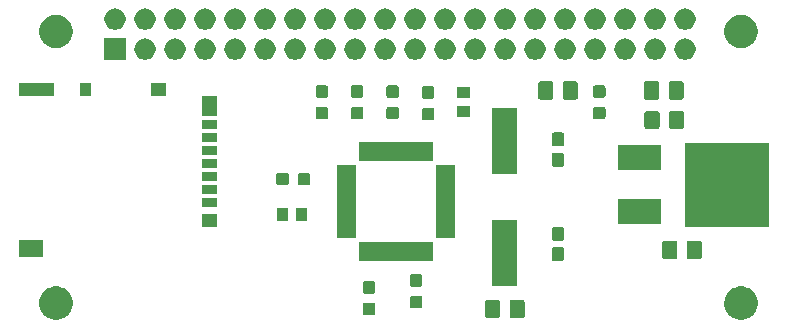
<source format=gbr>
G04 #@! TF.GenerationSoftware,KiCad,Pcbnew,(5.1.5)-3*
G04 #@! TF.CreationDate,2023-01-26T09:30:51+09:00*
G04 #@! TF.ProjectId,raspberrypi_zerow_uhat,72617370-6265-4727-9279-70695f7a6572,1.0*
G04 #@! TF.SameCoordinates,Original*
G04 #@! TF.FileFunction,Soldermask,Top*
G04 #@! TF.FilePolarity,Negative*
%FSLAX46Y46*%
G04 Gerber Fmt 4.6, Leading zero omitted, Abs format (unit mm)*
G04 Created by KiCad (PCBNEW (5.1.5)-3) date 2023-01-26 09:30:51*
%MOMM*%
%LPD*%
G04 APERTURE LIST*
%ADD10C,0.100000*%
G04 APERTURE END LIST*
D10*
G36*
X179350433Y-116202893D02*
G01*
X179440657Y-116220839D01*
X179546267Y-116264585D01*
X179695621Y-116326449D01*
X179695622Y-116326450D01*
X179925086Y-116479772D01*
X180120228Y-116674914D01*
X180188404Y-116776947D01*
X180273551Y-116904379D01*
X180303338Y-116976292D01*
X180376820Y-117153691D01*
X180379161Y-117159344D01*
X180430139Y-117415628D01*
X180433000Y-117430014D01*
X180433000Y-117705986D01*
X180379161Y-117976657D01*
X180363715Y-118013947D01*
X180273551Y-118231621D01*
X180273550Y-118231622D01*
X180120228Y-118461086D01*
X179925086Y-118656228D01*
X179829087Y-118720372D01*
X179695621Y-118809551D01*
X179546267Y-118871415D01*
X179440657Y-118915161D01*
X179350433Y-118933107D01*
X179169988Y-118969000D01*
X178894012Y-118969000D01*
X178713567Y-118933107D01*
X178623343Y-118915161D01*
X178517733Y-118871415D01*
X178368379Y-118809551D01*
X178234913Y-118720372D01*
X178138914Y-118656228D01*
X177943772Y-118461086D01*
X177790450Y-118231622D01*
X177790449Y-118231621D01*
X177700285Y-118013947D01*
X177684839Y-117976657D01*
X177631000Y-117705986D01*
X177631000Y-117430014D01*
X177633862Y-117415628D01*
X177684839Y-117159344D01*
X177687181Y-117153691D01*
X177760662Y-116976292D01*
X177790449Y-116904379D01*
X177875596Y-116776947D01*
X177943772Y-116674914D01*
X178138914Y-116479772D01*
X178368378Y-116326450D01*
X178368379Y-116326449D01*
X178517733Y-116264585D01*
X178623343Y-116220839D01*
X178713567Y-116202893D01*
X178894012Y-116167000D01*
X179169988Y-116167000D01*
X179350433Y-116202893D01*
G37*
G36*
X121350433Y-116202893D02*
G01*
X121440657Y-116220839D01*
X121546267Y-116264585D01*
X121695621Y-116326449D01*
X121695622Y-116326450D01*
X121925086Y-116479772D01*
X122120228Y-116674914D01*
X122188404Y-116776947D01*
X122273551Y-116904379D01*
X122303338Y-116976292D01*
X122376820Y-117153691D01*
X122379161Y-117159344D01*
X122430139Y-117415628D01*
X122433000Y-117430014D01*
X122433000Y-117705986D01*
X122379161Y-117976657D01*
X122363715Y-118013947D01*
X122273551Y-118231621D01*
X122273550Y-118231622D01*
X122120228Y-118461086D01*
X121925086Y-118656228D01*
X121829087Y-118720372D01*
X121695621Y-118809551D01*
X121546267Y-118871415D01*
X121440657Y-118915161D01*
X121350433Y-118933107D01*
X121169988Y-118969000D01*
X120894012Y-118969000D01*
X120713567Y-118933107D01*
X120623343Y-118915161D01*
X120517733Y-118871415D01*
X120368379Y-118809551D01*
X120234913Y-118720372D01*
X120138914Y-118656228D01*
X119943772Y-118461086D01*
X119790450Y-118231622D01*
X119790449Y-118231621D01*
X119700285Y-118013947D01*
X119684839Y-117976657D01*
X119631000Y-117705986D01*
X119631000Y-117430014D01*
X119633862Y-117415628D01*
X119684839Y-117159344D01*
X119687181Y-117153691D01*
X119760662Y-116976292D01*
X119790449Y-116904379D01*
X119875596Y-116776947D01*
X119943772Y-116674914D01*
X120138914Y-116479772D01*
X120368378Y-116326450D01*
X120368379Y-116326449D01*
X120517733Y-116264585D01*
X120623343Y-116220839D01*
X120713567Y-116202893D01*
X120894012Y-116167000D01*
X121169988Y-116167000D01*
X121350433Y-116202893D01*
G37*
G36*
X160546983Y-117296434D02*
G01*
X160584372Y-117307776D01*
X160618826Y-117326191D01*
X160649025Y-117350975D01*
X160673809Y-117381174D01*
X160692224Y-117415628D01*
X160703566Y-117453017D01*
X160708000Y-117498035D01*
X160708000Y-118637965D01*
X160703566Y-118682983D01*
X160692224Y-118720372D01*
X160673809Y-118754826D01*
X160649025Y-118785025D01*
X160618826Y-118809809D01*
X160584372Y-118828224D01*
X160546983Y-118839566D01*
X160501965Y-118844000D01*
X159637035Y-118844000D01*
X159592017Y-118839566D01*
X159554628Y-118828224D01*
X159520174Y-118809809D01*
X159489975Y-118785025D01*
X159465191Y-118754826D01*
X159446776Y-118720372D01*
X159435434Y-118682983D01*
X159431000Y-118637965D01*
X159431000Y-117498035D01*
X159435434Y-117453017D01*
X159446776Y-117415628D01*
X159465191Y-117381174D01*
X159489975Y-117350975D01*
X159520174Y-117326191D01*
X159554628Y-117307776D01*
X159592017Y-117296434D01*
X159637035Y-117292000D01*
X160501965Y-117292000D01*
X160546983Y-117296434D01*
G37*
G36*
X158471983Y-117296434D02*
G01*
X158509372Y-117307776D01*
X158543826Y-117326191D01*
X158574025Y-117350975D01*
X158598809Y-117381174D01*
X158617224Y-117415628D01*
X158628566Y-117453017D01*
X158633000Y-117498035D01*
X158633000Y-118637965D01*
X158628566Y-118682983D01*
X158617224Y-118720372D01*
X158598809Y-118754826D01*
X158574025Y-118785025D01*
X158543826Y-118809809D01*
X158509372Y-118828224D01*
X158471983Y-118839566D01*
X158426965Y-118844000D01*
X157562035Y-118844000D01*
X157517017Y-118839566D01*
X157479628Y-118828224D01*
X157445174Y-118809809D01*
X157414975Y-118785025D01*
X157390191Y-118754826D01*
X157371776Y-118720372D01*
X157360434Y-118682983D01*
X157356000Y-118637965D01*
X157356000Y-117498035D01*
X157360434Y-117453017D01*
X157371776Y-117415628D01*
X157390191Y-117381174D01*
X157414975Y-117350975D01*
X157445174Y-117326191D01*
X157479628Y-117307776D01*
X157517017Y-117296434D01*
X157562035Y-117292000D01*
X158426965Y-117292000D01*
X158471983Y-117296434D01*
G37*
G36*
X147896499Y-117534445D02*
G01*
X147933995Y-117545820D01*
X147968554Y-117564292D01*
X147998847Y-117589153D01*
X148023708Y-117619446D01*
X148042180Y-117654005D01*
X148053555Y-117691501D01*
X148058000Y-117736638D01*
X148058000Y-118400362D01*
X148053555Y-118445499D01*
X148042180Y-118482995D01*
X148023708Y-118517554D01*
X147998847Y-118547847D01*
X147968554Y-118572708D01*
X147933995Y-118591180D01*
X147896499Y-118602555D01*
X147851362Y-118607000D01*
X147212638Y-118607000D01*
X147167501Y-118602555D01*
X147130005Y-118591180D01*
X147095446Y-118572708D01*
X147065153Y-118547847D01*
X147040292Y-118517554D01*
X147021820Y-118482995D01*
X147010445Y-118445499D01*
X147006000Y-118400362D01*
X147006000Y-117736638D01*
X147010445Y-117691501D01*
X147021820Y-117654005D01*
X147040292Y-117619446D01*
X147065153Y-117589153D01*
X147095446Y-117564292D01*
X147130005Y-117545820D01*
X147167501Y-117534445D01*
X147212638Y-117530000D01*
X147851362Y-117530000D01*
X147896499Y-117534445D01*
G37*
G36*
X151896499Y-116946445D02*
G01*
X151933995Y-116957820D01*
X151968554Y-116976292D01*
X151998847Y-117001153D01*
X152023708Y-117031446D01*
X152042180Y-117066005D01*
X152053555Y-117103501D01*
X152058000Y-117148638D01*
X152058000Y-117812362D01*
X152053555Y-117857499D01*
X152042180Y-117894995D01*
X152023708Y-117929554D01*
X151998847Y-117959847D01*
X151968554Y-117984708D01*
X151933995Y-118003180D01*
X151896499Y-118014555D01*
X151851362Y-118019000D01*
X151212638Y-118019000D01*
X151167501Y-118014555D01*
X151130005Y-118003180D01*
X151095446Y-117984708D01*
X151065153Y-117959847D01*
X151040292Y-117929554D01*
X151021820Y-117894995D01*
X151010445Y-117857499D01*
X151006000Y-117812362D01*
X151006000Y-117148638D01*
X151010445Y-117103501D01*
X151021820Y-117066005D01*
X151040292Y-117031446D01*
X151065153Y-117001153D01*
X151095446Y-116976292D01*
X151130005Y-116957820D01*
X151167501Y-116946445D01*
X151212638Y-116942000D01*
X151851362Y-116942000D01*
X151896499Y-116946445D01*
G37*
G36*
X147896499Y-115709445D02*
G01*
X147933995Y-115720820D01*
X147968554Y-115739292D01*
X147998847Y-115764153D01*
X148023708Y-115794446D01*
X148042180Y-115829005D01*
X148053555Y-115866501D01*
X148058000Y-115911638D01*
X148058000Y-116575362D01*
X148053555Y-116620499D01*
X148042180Y-116657995D01*
X148023708Y-116692554D01*
X147998847Y-116722847D01*
X147968554Y-116747708D01*
X147933995Y-116766180D01*
X147896499Y-116777555D01*
X147851362Y-116782000D01*
X147212638Y-116782000D01*
X147167501Y-116777555D01*
X147130005Y-116766180D01*
X147095446Y-116747708D01*
X147065153Y-116722847D01*
X147040292Y-116692554D01*
X147021820Y-116657995D01*
X147010445Y-116620499D01*
X147006000Y-116575362D01*
X147006000Y-115911638D01*
X147010445Y-115866501D01*
X147021820Y-115829005D01*
X147040292Y-115794446D01*
X147065153Y-115764153D01*
X147095446Y-115739292D01*
X147130005Y-115720820D01*
X147167501Y-115709445D01*
X147212638Y-115705000D01*
X147851362Y-115705000D01*
X147896499Y-115709445D01*
G37*
G36*
X151896499Y-115121445D02*
G01*
X151933995Y-115132820D01*
X151968554Y-115151292D01*
X151998847Y-115176153D01*
X152023708Y-115206446D01*
X152042180Y-115241005D01*
X152053555Y-115278501D01*
X152058000Y-115323638D01*
X152058000Y-115987362D01*
X152053555Y-116032499D01*
X152042180Y-116069995D01*
X152023708Y-116104554D01*
X151998847Y-116134847D01*
X151968554Y-116159708D01*
X151933995Y-116178180D01*
X151896499Y-116189555D01*
X151851362Y-116194000D01*
X151212638Y-116194000D01*
X151167501Y-116189555D01*
X151130005Y-116178180D01*
X151095446Y-116159708D01*
X151065153Y-116134847D01*
X151040292Y-116104554D01*
X151021820Y-116069995D01*
X151010445Y-116032499D01*
X151006000Y-115987362D01*
X151006000Y-115323638D01*
X151010445Y-115278501D01*
X151021820Y-115241005D01*
X151040292Y-115206446D01*
X151065153Y-115176153D01*
X151095446Y-115151292D01*
X151130005Y-115132820D01*
X151167501Y-115121445D01*
X151212638Y-115117000D01*
X151851362Y-115117000D01*
X151896499Y-115121445D01*
G37*
G36*
X160083000Y-116119000D02*
G01*
X157981000Y-116119000D01*
X157981000Y-110517000D01*
X160083000Y-110517000D01*
X160083000Y-116119000D01*
G37*
G36*
X163896499Y-112846445D02*
G01*
X163933995Y-112857820D01*
X163968554Y-112876292D01*
X163998847Y-112901153D01*
X164023708Y-112931446D01*
X164042180Y-112966005D01*
X164053555Y-113003501D01*
X164058000Y-113048638D01*
X164058000Y-113812362D01*
X164053555Y-113857499D01*
X164042180Y-113894995D01*
X164023708Y-113929554D01*
X163998847Y-113959847D01*
X163968554Y-113984708D01*
X163933995Y-114003180D01*
X163896499Y-114014555D01*
X163851362Y-114019000D01*
X163212638Y-114019000D01*
X163167501Y-114014555D01*
X163130005Y-114003180D01*
X163095446Y-113984708D01*
X163065153Y-113959847D01*
X163040292Y-113929554D01*
X163021820Y-113894995D01*
X163010445Y-113857499D01*
X163006000Y-113812362D01*
X163006000Y-113048638D01*
X163010445Y-113003501D01*
X163021820Y-112966005D01*
X163040292Y-112931446D01*
X163065153Y-112901153D01*
X163095446Y-112876292D01*
X163130005Y-112857820D01*
X163167501Y-112846445D01*
X163212638Y-112842000D01*
X163851362Y-112842000D01*
X163896499Y-112846445D01*
G37*
G36*
X152958000Y-113969000D02*
G01*
X146706000Y-113969000D01*
X146706000Y-112367000D01*
X152958000Y-112367000D01*
X152958000Y-113969000D01*
G37*
G36*
X173471983Y-112296434D02*
G01*
X173509372Y-112307776D01*
X173543826Y-112326191D01*
X173574025Y-112350975D01*
X173598809Y-112381174D01*
X173617224Y-112415628D01*
X173628566Y-112453017D01*
X173633000Y-112498035D01*
X173633000Y-113637965D01*
X173628566Y-113682983D01*
X173617224Y-113720372D01*
X173598809Y-113754826D01*
X173574025Y-113785025D01*
X173543826Y-113809809D01*
X173509372Y-113828224D01*
X173471983Y-113839566D01*
X173426965Y-113844000D01*
X172562035Y-113844000D01*
X172517017Y-113839566D01*
X172479628Y-113828224D01*
X172445174Y-113809809D01*
X172414975Y-113785025D01*
X172390191Y-113754826D01*
X172371776Y-113720372D01*
X172360434Y-113682983D01*
X172356000Y-113637965D01*
X172356000Y-112498035D01*
X172360434Y-112453017D01*
X172371776Y-112415628D01*
X172390191Y-112381174D01*
X172414975Y-112350975D01*
X172445174Y-112326191D01*
X172479628Y-112307776D01*
X172517017Y-112296434D01*
X172562035Y-112292000D01*
X173426965Y-112292000D01*
X173471983Y-112296434D01*
G37*
G36*
X175546983Y-112296434D02*
G01*
X175584372Y-112307776D01*
X175618826Y-112326191D01*
X175649025Y-112350975D01*
X175673809Y-112381174D01*
X175692224Y-112415628D01*
X175703566Y-112453017D01*
X175708000Y-112498035D01*
X175708000Y-113637965D01*
X175703566Y-113682983D01*
X175692224Y-113720372D01*
X175673809Y-113754826D01*
X175649025Y-113785025D01*
X175618826Y-113809809D01*
X175584372Y-113828224D01*
X175546983Y-113839566D01*
X175501965Y-113844000D01*
X174637035Y-113844000D01*
X174592017Y-113839566D01*
X174554628Y-113828224D01*
X174520174Y-113809809D01*
X174489975Y-113785025D01*
X174465191Y-113754826D01*
X174446776Y-113720372D01*
X174435434Y-113682983D01*
X174431000Y-113637965D01*
X174431000Y-112498035D01*
X174435434Y-112453017D01*
X174446776Y-112415628D01*
X174465191Y-112381174D01*
X174489975Y-112350975D01*
X174520174Y-112326191D01*
X174554628Y-112307776D01*
X174592017Y-112296434D01*
X174637035Y-112292000D01*
X175501965Y-112292000D01*
X175546983Y-112296434D01*
G37*
G36*
X119933000Y-113669000D02*
G01*
X117931000Y-113669000D01*
X117931000Y-112267000D01*
X119933000Y-112267000D01*
X119933000Y-113669000D01*
G37*
G36*
X163896499Y-111121445D02*
G01*
X163933995Y-111132820D01*
X163968554Y-111151292D01*
X163998847Y-111176153D01*
X164023708Y-111206446D01*
X164042180Y-111241005D01*
X164053555Y-111278501D01*
X164058000Y-111323638D01*
X164058000Y-112087362D01*
X164053555Y-112132499D01*
X164042180Y-112169995D01*
X164023708Y-112204554D01*
X163998847Y-112234847D01*
X163968554Y-112259708D01*
X163933995Y-112278180D01*
X163896499Y-112289555D01*
X163851362Y-112294000D01*
X163212638Y-112294000D01*
X163167501Y-112289555D01*
X163130005Y-112278180D01*
X163095446Y-112259708D01*
X163065153Y-112234847D01*
X163040292Y-112204554D01*
X163021820Y-112169995D01*
X163010445Y-112132499D01*
X163006000Y-112087362D01*
X163006000Y-111323638D01*
X163010445Y-111278501D01*
X163021820Y-111241005D01*
X163040292Y-111206446D01*
X163065153Y-111176153D01*
X163095446Y-111151292D01*
X163130005Y-111132820D01*
X163167501Y-111121445D01*
X163212638Y-111117000D01*
X163851362Y-111117000D01*
X163896499Y-111121445D01*
G37*
G36*
X146433000Y-112094000D02*
G01*
X144831000Y-112094000D01*
X144831000Y-105842000D01*
X146433000Y-105842000D01*
X146433000Y-112094000D01*
G37*
G36*
X154833000Y-112094000D02*
G01*
X153231000Y-112094000D01*
X153231000Y-105842000D01*
X154833000Y-105842000D01*
X154833000Y-112094000D01*
G37*
G36*
X134683000Y-111169000D02*
G01*
X133381000Y-111169000D01*
X133381000Y-110067000D01*
X134683000Y-110067000D01*
X134683000Y-111169000D01*
G37*
G36*
X181408000Y-111119000D02*
G01*
X174306000Y-111119000D01*
X174306000Y-104017000D01*
X181408000Y-104017000D01*
X181408000Y-111119000D01*
G37*
G36*
X172258000Y-110899000D02*
G01*
X168656000Y-110899000D01*
X168656000Y-108797000D01*
X172258000Y-108797000D01*
X172258000Y-110899000D01*
G37*
G36*
X142293000Y-110619000D02*
G01*
X141371000Y-110619000D01*
X141371000Y-109517000D01*
X142293000Y-109517000D01*
X142293000Y-110619000D01*
G37*
G36*
X140693000Y-110619000D02*
G01*
X139771000Y-110619000D01*
X139771000Y-109517000D01*
X140693000Y-109517000D01*
X140693000Y-110619000D01*
G37*
G36*
X134683000Y-109469000D02*
G01*
X133381000Y-109469000D01*
X133381000Y-108667000D01*
X134683000Y-108667000D01*
X134683000Y-109469000D01*
G37*
G36*
X134683000Y-108369000D02*
G01*
X133381000Y-108369000D01*
X133381000Y-107567000D01*
X134683000Y-107567000D01*
X134683000Y-108369000D01*
G37*
G36*
X142409499Y-106546445D02*
G01*
X142446995Y-106557820D01*
X142481554Y-106576292D01*
X142511847Y-106601153D01*
X142536708Y-106631446D01*
X142555180Y-106666005D01*
X142566555Y-106703501D01*
X142571000Y-106748638D01*
X142571000Y-107387362D01*
X142566555Y-107432499D01*
X142555180Y-107469995D01*
X142536708Y-107504554D01*
X142511847Y-107534847D01*
X142481554Y-107559708D01*
X142446995Y-107578180D01*
X142409499Y-107589555D01*
X142364362Y-107594000D01*
X141700638Y-107594000D01*
X141655501Y-107589555D01*
X141618005Y-107578180D01*
X141583446Y-107559708D01*
X141553153Y-107534847D01*
X141528292Y-107504554D01*
X141509820Y-107469995D01*
X141498445Y-107432499D01*
X141494000Y-107387362D01*
X141494000Y-106748638D01*
X141498445Y-106703501D01*
X141509820Y-106666005D01*
X141528292Y-106631446D01*
X141553153Y-106601153D01*
X141583446Y-106576292D01*
X141618005Y-106557820D01*
X141655501Y-106546445D01*
X141700638Y-106542000D01*
X142364362Y-106542000D01*
X142409499Y-106546445D01*
G37*
G36*
X140584499Y-106546445D02*
G01*
X140621995Y-106557820D01*
X140656554Y-106576292D01*
X140686847Y-106601153D01*
X140711708Y-106631446D01*
X140730180Y-106666005D01*
X140741555Y-106703501D01*
X140746000Y-106748638D01*
X140746000Y-107387362D01*
X140741555Y-107432499D01*
X140730180Y-107469995D01*
X140711708Y-107504554D01*
X140686847Y-107534847D01*
X140656554Y-107559708D01*
X140621995Y-107578180D01*
X140584499Y-107589555D01*
X140539362Y-107594000D01*
X139875638Y-107594000D01*
X139830501Y-107589555D01*
X139793005Y-107578180D01*
X139758446Y-107559708D01*
X139728153Y-107534847D01*
X139703292Y-107504554D01*
X139684820Y-107469995D01*
X139673445Y-107432499D01*
X139669000Y-107387362D01*
X139669000Y-106748638D01*
X139673445Y-106703501D01*
X139684820Y-106666005D01*
X139703292Y-106631446D01*
X139728153Y-106601153D01*
X139758446Y-106576292D01*
X139793005Y-106557820D01*
X139830501Y-106546445D01*
X139875638Y-106542000D01*
X140539362Y-106542000D01*
X140584499Y-106546445D01*
G37*
G36*
X134683000Y-107269000D02*
G01*
X133381000Y-107269000D01*
X133381000Y-106467000D01*
X134683000Y-106467000D01*
X134683000Y-107269000D01*
G37*
G36*
X160083000Y-106619000D02*
G01*
X157981000Y-106619000D01*
X157981000Y-101017000D01*
X160083000Y-101017000D01*
X160083000Y-106619000D01*
G37*
G36*
X172258000Y-106319000D02*
G01*
X168656000Y-106319000D01*
X168656000Y-104217000D01*
X172258000Y-104217000D01*
X172258000Y-106319000D01*
G37*
G36*
X134683000Y-106169000D02*
G01*
X133381000Y-106169000D01*
X133381000Y-105367000D01*
X134683000Y-105367000D01*
X134683000Y-106169000D01*
G37*
G36*
X163896499Y-104846445D02*
G01*
X163933995Y-104857820D01*
X163968554Y-104876292D01*
X163998847Y-104901153D01*
X164023708Y-104931446D01*
X164042180Y-104966005D01*
X164053555Y-105003501D01*
X164058000Y-105048638D01*
X164058000Y-105812362D01*
X164053555Y-105857499D01*
X164042180Y-105894995D01*
X164023708Y-105929554D01*
X163998847Y-105959847D01*
X163968554Y-105984708D01*
X163933995Y-106003180D01*
X163896499Y-106014555D01*
X163851362Y-106019000D01*
X163212638Y-106019000D01*
X163167501Y-106014555D01*
X163130005Y-106003180D01*
X163095446Y-105984708D01*
X163065153Y-105959847D01*
X163040292Y-105929554D01*
X163021820Y-105894995D01*
X163010445Y-105857499D01*
X163006000Y-105812362D01*
X163006000Y-105048638D01*
X163010445Y-105003501D01*
X163021820Y-104966005D01*
X163040292Y-104931446D01*
X163065153Y-104901153D01*
X163095446Y-104876292D01*
X163130005Y-104857820D01*
X163167501Y-104846445D01*
X163212638Y-104842000D01*
X163851362Y-104842000D01*
X163896499Y-104846445D01*
G37*
G36*
X152958000Y-105569000D02*
G01*
X146706000Y-105569000D01*
X146706000Y-103967000D01*
X152958000Y-103967000D01*
X152958000Y-105569000D01*
G37*
G36*
X134683000Y-105069000D02*
G01*
X133381000Y-105069000D01*
X133381000Y-104267000D01*
X134683000Y-104267000D01*
X134683000Y-105069000D01*
G37*
G36*
X163896499Y-103121445D02*
G01*
X163933995Y-103132820D01*
X163968554Y-103151292D01*
X163998847Y-103176153D01*
X164023708Y-103206446D01*
X164042180Y-103241005D01*
X164053555Y-103278501D01*
X164058000Y-103323638D01*
X164058000Y-104087362D01*
X164053555Y-104132499D01*
X164042180Y-104169995D01*
X164023708Y-104204554D01*
X163998847Y-104234847D01*
X163968554Y-104259708D01*
X163933995Y-104278180D01*
X163896499Y-104289555D01*
X163851362Y-104294000D01*
X163212638Y-104294000D01*
X163167501Y-104289555D01*
X163130005Y-104278180D01*
X163095446Y-104259708D01*
X163065153Y-104234847D01*
X163040292Y-104204554D01*
X163021820Y-104169995D01*
X163010445Y-104132499D01*
X163006000Y-104087362D01*
X163006000Y-103323638D01*
X163010445Y-103278501D01*
X163021820Y-103241005D01*
X163040292Y-103206446D01*
X163065153Y-103176153D01*
X163095446Y-103151292D01*
X163130005Y-103132820D01*
X163167501Y-103121445D01*
X163212638Y-103117000D01*
X163851362Y-103117000D01*
X163896499Y-103121445D01*
G37*
G36*
X134683000Y-103969000D02*
G01*
X133381000Y-103969000D01*
X133381000Y-103167000D01*
X134683000Y-103167000D01*
X134683000Y-103969000D01*
G37*
G36*
X134683000Y-102869000D02*
G01*
X133381000Y-102869000D01*
X133381000Y-102067000D01*
X134683000Y-102067000D01*
X134683000Y-102869000D01*
G37*
G36*
X174046983Y-101296434D02*
G01*
X174084372Y-101307776D01*
X174118826Y-101326191D01*
X174149025Y-101350975D01*
X174173809Y-101381174D01*
X174192224Y-101415628D01*
X174203566Y-101453017D01*
X174208000Y-101498035D01*
X174208000Y-102637965D01*
X174203566Y-102682983D01*
X174192224Y-102720372D01*
X174173809Y-102754826D01*
X174149025Y-102785025D01*
X174118826Y-102809809D01*
X174084372Y-102828224D01*
X174046983Y-102839566D01*
X174001965Y-102844000D01*
X173137035Y-102844000D01*
X173092017Y-102839566D01*
X173054628Y-102828224D01*
X173020174Y-102809809D01*
X172989975Y-102785025D01*
X172965191Y-102754826D01*
X172946776Y-102720372D01*
X172935434Y-102682983D01*
X172931000Y-102637965D01*
X172931000Y-101498035D01*
X172935434Y-101453017D01*
X172946776Y-101415628D01*
X172965191Y-101381174D01*
X172989975Y-101350975D01*
X173020174Y-101326191D01*
X173054628Y-101307776D01*
X173092017Y-101296434D01*
X173137035Y-101292000D01*
X174001965Y-101292000D01*
X174046983Y-101296434D01*
G37*
G36*
X171971983Y-101296434D02*
G01*
X172009372Y-101307776D01*
X172043826Y-101326191D01*
X172074025Y-101350975D01*
X172098809Y-101381174D01*
X172117224Y-101415628D01*
X172128566Y-101453017D01*
X172133000Y-101498035D01*
X172133000Y-102637965D01*
X172128566Y-102682983D01*
X172117224Y-102720372D01*
X172098809Y-102754826D01*
X172074025Y-102785025D01*
X172043826Y-102809809D01*
X172009372Y-102828224D01*
X171971983Y-102839566D01*
X171926965Y-102844000D01*
X171062035Y-102844000D01*
X171017017Y-102839566D01*
X170979628Y-102828224D01*
X170945174Y-102809809D01*
X170914975Y-102785025D01*
X170890191Y-102754826D01*
X170871776Y-102720372D01*
X170860434Y-102682983D01*
X170856000Y-102637965D01*
X170856000Y-101498035D01*
X170860434Y-101453017D01*
X170871776Y-101415628D01*
X170890191Y-101381174D01*
X170914975Y-101350975D01*
X170945174Y-101326191D01*
X170979628Y-101307776D01*
X171017017Y-101296434D01*
X171062035Y-101292000D01*
X171926965Y-101292000D01*
X171971983Y-101296434D01*
G37*
G36*
X152896499Y-101034445D02*
G01*
X152933995Y-101045820D01*
X152968554Y-101064292D01*
X152998847Y-101089153D01*
X153023708Y-101119446D01*
X153042180Y-101154005D01*
X153053555Y-101191501D01*
X153058000Y-101236638D01*
X153058000Y-101900362D01*
X153053555Y-101945499D01*
X153042180Y-101982995D01*
X153023708Y-102017554D01*
X152998847Y-102047847D01*
X152968554Y-102072708D01*
X152933995Y-102091180D01*
X152896499Y-102102555D01*
X152851362Y-102107000D01*
X152212638Y-102107000D01*
X152167501Y-102102555D01*
X152130005Y-102091180D01*
X152095446Y-102072708D01*
X152065153Y-102047847D01*
X152040292Y-102017554D01*
X152021820Y-101982995D01*
X152010445Y-101945499D01*
X152006000Y-101900362D01*
X152006000Y-101236638D01*
X152010445Y-101191501D01*
X152021820Y-101154005D01*
X152040292Y-101119446D01*
X152065153Y-101089153D01*
X152095446Y-101064292D01*
X152130005Y-101045820D01*
X152167501Y-101034445D01*
X152212638Y-101030000D01*
X152851362Y-101030000D01*
X152896499Y-101034445D01*
G37*
G36*
X167396499Y-100946445D02*
G01*
X167433995Y-100957820D01*
X167468554Y-100976292D01*
X167498847Y-101001153D01*
X167523708Y-101031446D01*
X167542180Y-101066005D01*
X167553555Y-101103501D01*
X167558000Y-101148638D01*
X167558000Y-101812362D01*
X167553555Y-101857499D01*
X167542180Y-101894995D01*
X167523708Y-101929554D01*
X167498847Y-101959847D01*
X167468554Y-101984708D01*
X167433995Y-102003180D01*
X167396499Y-102014555D01*
X167351362Y-102019000D01*
X166712638Y-102019000D01*
X166667501Y-102014555D01*
X166630005Y-102003180D01*
X166595446Y-101984708D01*
X166565153Y-101959847D01*
X166540292Y-101929554D01*
X166521820Y-101894995D01*
X166510445Y-101857499D01*
X166506000Y-101812362D01*
X166506000Y-101148638D01*
X166510445Y-101103501D01*
X166521820Y-101066005D01*
X166540292Y-101031446D01*
X166565153Y-101001153D01*
X166595446Y-100976292D01*
X166630005Y-100957820D01*
X166667501Y-100946445D01*
X166712638Y-100942000D01*
X167351362Y-100942000D01*
X167396499Y-100946445D01*
G37*
G36*
X149896499Y-100946445D02*
G01*
X149933995Y-100957820D01*
X149968554Y-100976292D01*
X149998847Y-101001153D01*
X150023708Y-101031446D01*
X150042180Y-101066005D01*
X150053555Y-101103501D01*
X150058000Y-101148638D01*
X150058000Y-101812362D01*
X150053555Y-101857499D01*
X150042180Y-101894995D01*
X150023708Y-101929554D01*
X149998847Y-101959847D01*
X149968554Y-101984708D01*
X149933995Y-102003180D01*
X149896499Y-102014555D01*
X149851362Y-102019000D01*
X149212638Y-102019000D01*
X149167501Y-102014555D01*
X149130005Y-102003180D01*
X149095446Y-101984708D01*
X149065153Y-101959847D01*
X149040292Y-101929554D01*
X149021820Y-101894995D01*
X149010445Y-101857499D01*
X149006000Y-101812362D01*
X149006000Y-101148638D01*
X149010445Y-101103501D01*
X149021820Y-101066005D01*
X149040292Y-101031446D01*
X149065153Y-101001153D01*
X149095446Y-100976292D01*
X149130005Y-100957820D01*
X149167501Y-100946445D01*
X149212638Y-100942000D01*
X149851362Y-100942000D01*
X149896499Y-100946445D01*
G37*
G36*
X146896499Y-100946445D02*
G01*
X146933995Y-100957820D01*
X146968554Y-100976292D01*
X146998847Y-101001153D01*
X147023708Y-101031446D01*
X147042180Y-101066005D01*
X147053555Y-101103501D01*
X147058000Y-101148638D01*
X147058000Y-101812362D01*
X147053555Y-101857499D01*
X147042180Y-101894995D01*
X147023708Y-101929554D01*
X146998847Y-101959847D01*
X146968554Y-101984708D01*
X146933995Y-102003180D01*
X146896499Y-102014555D01*
X146851362Y-102019000D01*
X146212638Y-102019000D01*
X146167501Y-102014555D01*
X146130005Y-102003180D01*
X146095446Y-101984708D01*
X146065153Y-101959847D01*
X146040292Y-101929554D01*
X146021820Y-101894995D01*
X146010445Y-101857499D01*
X146006000Y-101812362D01*
X146006000Y-101148638D01*
X146010445Y-101103501D01*
X146021820Y-101066005D01*
X146040292Y-101031446D01*
X146065153Y-101001153D01*
X146095446Y-100976292D01*
X146130005Y-100957820D01*
X146167501Y-100946445D01*
X146212638Y-100942000D01*
X146851362Y-100942000D01*
X146896499Y-100946445D01*
G37*
G36*
X143896499Y-100946445D02*
G01*
X143933995Y-100957820D01*
X143968554Y-100976292D01*
X143998847Y-101001153D01*
X144023708Y-101031446D01*
X144042180Y-101066005D01*
X144053555Y-101103501D01*
X144058000Y-101148638D01*
X144058000Y-101812362D01*
X144053555Y-101857499D01*
X144042180Y-101894995D01*
X144023708Y-101929554D01*
X143998847Y-101959847D01*
X143968554Y-101984708D01*
X143933995Y-102003180D01*
X143896499Y-102014555D01*
X143851362Y-102019000D01*
X143212638Y-102019000D01*
X143167501Y-102014555D01*
X143130005Y-102003180D01*
X143095446Y-101984708D01*
X143065153Y-101959847D01*
X143040292Y-101929554D01*
X143021820Y-101894995D01*
X143010445Y-101857499D01*
X143006000Y-101812362D01*
X143006000Y-101148638D01*
X143010445Y-101103501D01*
X143021820Y-101066005D01*
X143040292Y-101031446D01*
X143065153Y-101001153D01*
X143095446Y-100976292D01*
X143130005Y-100957820D01*
X143167501Y-100946445D01*
X143212638Y-100942000D01*
X143851362Y-100942000D01*
X143896499Y-100946445D01*
G37*
G36*
X156083000Y-101829000D02*
G01*
X154981000Y-101829000D01*
X154981000Y-100907000D01*
X156083000Y-100907000D01*
X156083000Y-101829000D01*
G37*
G36*
X134683000Y-101769000D02*
G01*
X133381000Y-101769000D01*
X133381000Y-100017000D01*
X134683000Y-100017000D01*
X134683000Y-101769000D01*
G37*
G36*
X162971983Y-98796434D02*
G01*
X163009372Y-98807776D01*
X163043826Y-98826191D01*
X163074025Y-98850975D01*
X163098809Y-98881174D01*
X163117224Y-98915628D01*
X163128566Y-98953017D01*
X163133000Y-98998035D01*
X163133000Y-100137965D01*
X163128566Y-100182983D01*
X163117224Y-100220372D01*
X163098809Y-100254826D01*
X163074025Y-100285025D01*
X163043826Y-100309809D01*
X163009372Y-100328224D01*
X162971983Y-100339566D01*
X162926965Y-100344000D01*
X162062035Y-100344000D01*
X162017017Y-100339566D01*
X161979628Y-100328224D01*
X161945174Y-100309809D01*
X161914975Y-100285025D01*
X161890191Y-100254826D01*
X161871776Y-100220372D01*
X161860434Y-100182983D01*
X161856000Y-100137965D01*
X161856000Y-98998035D01*
X161860434Y-98953017D01*
X161871776Y-98915628D01*
X161890191Y-98881174D01*
X161914975Y-98850975D01*
X161945174Y-98826191D01*
X161979628Y-98807776D01*
X162017017Y-98796434D01*
X162062035Y-98792000D01*
X162926965Y-98792000D01*
X162971983Y-98796434D01*
G37*
G36*
X174008983Y-98796434D02*
G01*
X174046372Y-98807776D01*
X174080826Y-98826191D01*
X174111025Y-98850975D01*
X174135809Y-98881174D01*
X174154224Y-98915628D01*
X174165566Y-98953017D01*
X174170000Y-98998035D01*
X174170000Y-100137965D01*
X174165566Y-100182983D01*
X174154224Y-100220372D01*
X174135809Y-100254826D01*
X174111025Y-100285025D01*
X174080826Y-100309809D01*
X174046372Y-100328224D01*
X174008983Y-100339566D01*
X173963965Y-100344000D01*
X173099035Y-100344000D01*
X173054017Y-100339566D01*
X173016628Y-100328224D01*
X172982174Y-100309809D01*
X172951975Y-100285025D01*
X172927191Y-100254826D01*
X172908776Y-100220372D01*
X172897434Y-100182983D01*
X172893000Y-100137965D01*
X172893000Y-98998035D01*
X172897434Y-98953017D01*
X172908776Y-98915628D01*
X172927191Y-98881174D01*
X172951975Y-98850975D01*
X172982174Y-98826191D01*
X173016628Y-98807776D01*
X173054017Y-98796434D01*
X173099035Y-98792000D01*
X173963965Y-98792000D01*
X174008983Y-98796434D01*
G37*
G36*
X165046983Y-98796434D02*
G01*
X165084372Y-98807776D01*
X165118826Y-98826191D01*
X165149025Y-98850975D01*
X165173809Y-98881174D01*
X165192224Y-98915628D01*
X165203566Y-98953017D01*
X165208000Y-98998035D01*
X165208000Y-100137965D01*
X165203566Y-100182983D01*
X165192224Y-100220372D01*
X165173809Y-100254826D01*
X165149025Y-100285025D01*
X165118826Y-100309809D01*
X165084372Y-100328224D01*
X165046983Y-100339566D01*
X165001965Y-100344000D01*
X164137035Y-100344000D01*
X164092017Y-100339566D01*
X164054628Y-100328224D01*
X164020174Y-100309809D01*
X163989975Y-100285025D01*
X163965191Y-100254826D01*
X163946776Y-100220372D01*
X163935434Y-100182983D01*
X163931000Y-100137965D01*
X163931000Y-98998035D01*
X163935434Y-98953017D01*
X163946776Y-98915628D01*
X163965191Y-98881174D01*
X163989975Y-98850975D01*
X164020174Y-98826191D01*
X164054628Y-98807776D01*
X164092017Y-98796434D01*
X164137035Y-98792000D01*
X165001965Y-98792000D01*
X165046983Y-98796434D01*
G37*
G36*
X171933983Y-98796434D02*
G01*
X171971372Y-98807776D01*
X172005826Y-98826191D01*
X172036025Y-98850975D01*
X172060809Y-98881174D01*
X172079224Y-98915628D01*
X172090566Y-98953017D01*
X172095000Y-98998035D01*
X172095000Y-100137965D01*
X172090566Y-100182983D01*
X172079224Y-100220372D01*
X172060809Y-100254826D01*
X172036025Y-100285025D01*
X172005826Y-100309809D01*
X171971372Y-100328224D01*
X171933983Y-100339566D01*
X171888965Y-100344000D01*
X171024035Y-100344000D01*
X170979017Y-100339566D01*
X170941628Y-100328224D01*
X170907174Y-100309809D01*
X170876975Y-100285025D01*
X170852191Y-100254826D01*
X170833776Y-100220372D01*
X170822434Y-100182983D01*
X170818000Y-100137965D01*
X170818000Y-98998035D01*
X170822434Y-98953017D01*
X170833776Y-98915628D01*
X170852191Y-98881174D01*
X170876975Y-98850975D01*
X170907174Y-98826191D01*
X170941628Y-98807776D01*
X170979017Y-98796434D01*
X171024035Y-98792000D01*
X171888965Y-98792000D01*
X171933983Y-98796434D01*
G37*
G36*
X152896499Y-99209445D02*
G01*
X152933995Y-99220820D01*
X152968554Y-99239292D01*
X152998847Y-99264153D01*
X153023708Y-99294446D01*
X153042180Y-99329005D01*
X153053555Y-99366501D01*
X153058000Y-99411638D01*
X153058000Y-100075362D01*
X153053555Y-100120499D01*
X153042180Y-100157995D01*
X153023708Y-100192554D01*
X152998847Y-100222847D01*
X152968554Y-100247708D01*
X152933995Y-100266180D01*
X152896499Y-100277555D01*
X152851362Y-100282000D01*
X152212638Y-100282000D01*
X152167501Y-100277555D01*
X152130005Y-100266180D01*
X152095446Y-100247708D01*
X152065153Y-100222847D01*
X152040292Y-100192554D01*
X152021820Y-100157995D01*
X152010445Y-100120499D01*
X152006000Y-100075362D01*
X152006000Y-99411638D01*
X152010445Y-99366501D01*
X152021820Y-99329005D01*
X152040292Y-99294446D01*
X152065153Y-99264153D01*
X152095446Y-99239292D01*
X152130005Y-99220820D01*
X152167501Y-99209445D01*
X152212638Y-99205000D01*
X152851362Y-99205000D01*
X152896499Y-99209445D01*
G37*
G36*
X156083000Y-100229000D02*
G01*
X154981000Y-100229000D01*
X154981000Y-99307000D01*
X156083000Y-99307000D01*
X156083000Y-100229000D01*
G37*
G36*
X167396499Y-99121445D02*
G01*
X167433995Y-99132820D01*
X167468554Y-99151292D01*
X167498847Y-99176153D01*
X167523708Y-99206446D01*
X167542180Y-99241005D01*
X167553555Y-99278501D01*
X167558000Y-99323638D01*
X167558000Y-99987362D01*
X167553555Y-100032499D01*
X167542180Y-100069995D01*
X167523708Y-100104554D01*
X167498847Y-100134847D01*
X167468554Y-100159708D01*
X167433995Y-100178180D01*
X167396499Y-100189555D01*
X167351362Y-100194000D01*
X166712638Y-100194000D01*
X166667501Y-100189555D01*
X166630005Y-100178180D01*
X166595446Y-100159708D01*
X166565153Y-100134847D01*
X166540292Y-100104554D01*
X166521820Y-100069995D01*
X166510445Y-100032499D01*
X166506000Y-99987362D01*
X166506000Y-99323638D01*
X166510445Y-99278501D01*
X166521820Y-99241005D01*
X166540292Y-99206446D01*
X166565153Y-99176153D01*
X166595446Y-99151292D01*
X166630005Y-99132820D01*
X166667501Y-99121445D01*
X166712638Y-99117000D01*
X167351362Y-99117000D01*
X167396499Y-99121445D01*
G37*
G36*
X149896499Y-99121445D02*
G01*
X149933995Y-99132820D01*
X149968554Y-99151292D01*
X149998847Y-99176153D01*
X150023708Y-99206446D01*
X150042180Y-99241005D01*
X150053555Y-99278501D01*
X150058000Y-99323638D01*
X150058000Y-99987362D01*
X150053555Y-100032499D01*
X150042180Y-100069995D01*
X150023708Y-100104554D01*
X149998847Y-100134847D01*
X149968554Y-100159708D01*
X149933995Y-100178180D01*
X149896499Y-100189555D01*
X149851362Y-100194000D01*
X149212638Y-100194000D01*
X149167501Y-100189555D01*
X149130005Y-100178180D01*
X149095446Y-100159708D01*
X149065153Y-100134847D01*
X149040292Y-100104554D01*
X149021820Y-100069995D01*
X149010445Y-100032499D01*
X149006000Y-99987362D01*
X149006000Y-99323638D01*
X149010445Y-99278501D01*
X149021820Y-99241005D01*
X149040292Y-99206446D01*
X149065153Y-99176153D01*
X149095446Y-99151292D01*
X149130005Y-99132820D01*
X149167501Y-99121445D01*
X149212638Y-99117000D01*
X149851362Y-99117000D01*
X149896499Y-99121445D01*
G37*
G36*
X143896499Y-99121445D02*
G01*
X143933995Y-99132820D01*
X143968554Y-99151292D01*
X143998847Y-99176153D01*
X144023708Y-99206446D01*
X144042180Y-99241005D01*
X144053555Y-99278501D01*
X144058000Y-99323638D01*
X144058000Y-99987362D01*
X144053555Y-100032499D01*
X144042180Y-100069995D01*
X144023708Y-100104554D01*
X143998847Y-100134847D01*
X143968554Y-100159708D01*
X143933995Y-100178180D01*
X143896499Y-100189555D01*
X143851362Y-100194000D01*
X143212638Y-100194000D01*
X143167501Y-100189555D01*
X143130005Y-100178180D01*
X143095446Y-100159708D01*
X143065153Y-100134847D01*
X143040292Y-100104554D01*
X143021820Y-100069995D01*
X143010445Y-100032499D01*
X143006000Y-99987362D01*
X143006000Y-99323638D01*
X143010445Y-99278501D01*
X143021820Y-99241005D01*
X143040292Y-99206446D01*
X143065153Y-99176153D01*
X143095446Y-99151292D01*
X143130005Y-99132820D01*
X143167501Y-99121445D01*
X143212638Y-99117000D01*
X143851362Y-99117000D01*
X143896499Y-99121445D01*
G37*
G36*
X146896499Y-99121445D02*
G01*
X146933995Y-99132820D01*
X146968554Y-99151292D01*
X146998847Y-99176153D01*
X147023708Y-99206446D01*
X147042180Y-99241005D01*
X147053555Y-99278501D01*
X147058000Y-99323638D01*
X147058000Y-99987362D01*
X147053555Y-100032499D01*
X147042180Y-100069995D01*
X147023708Y-100104554D01*
X146998847Y-100134847D01*
X146968554Y-100159708D01*
X146933995Y-100178180D01*
X146896499Y-100189555D01*
X146851362Y-100194000D01*
X146212638Y-100194000D01*
X146167501Y-100189555D01*
X146130005Y-100178180D01*
X146095446Y-100159708D01*
X146065153Y-100134847D01*
X146040292Y-100104554D01*
X146021820Y-100069995D01*
X146010445Y-100032499D01*
X146006000Y-99987362D01*
X146006000Y-99323638D01*
X146010445Y-99278501D01*
X146021820Y-99241005D01*
X146040292Y-99206446D01*
X146065153Y-99176153D01*
X146095446Y-99151292D01*
X146130005Y-99132820D01*
X146167501Y-99121445D01*
X146212638Y-99117000D01*
X146851362Y-99117000D01*
X146896499Y-99121445D01*
G37*
G36*
X123983000Y-100019000D02*
G01*
X123081000Y-100019000D01*
X123081000Y-98917000D01*
X123983000Y-98917000D01*
X123983000Y-100019000D01*
G37*
G36*
X120833000Y-100019000D02*
G01*
X117931000Y-100019000D01*
X117931000Y-98917000D01*
X120833000Y-98917000D01*
X120833000Y-100019000D01*
G37*
G36*
X130383000Y-100019000D02*
G01*
X129081000Y-100019000D01*
X129081000Y-98917000D01*
X130383000Y-98917000D01*
X130383000Y-100019000D01*
G37*
G36*
X149005512Y-95171927D02*
G01*
X149154812Y-95201624D01*
X149318784Y-95269544D01*
X149466354Y-95368147D01*
X149591853Y-95493646D01*
X149690456Y-95641216D01*
X149758376Y-95805188D01*
X149780250Y-95915161D01*
X149790960Y-95969000D01*
X149793000Y-95979259D01*
X149793000Y-96156741D01*
X149758376Y-96330812D01*
X149690456Y-96494784D01*
X149591853Y-96642354D01*
X149466354Y-96767853D01*
X149318784Y-96866456D01*
X149154812Y-96934376D01*
X149005512Y-96964073D01*
X148980742Y-96969000D01*
X148803258Y-96969000D01*
X148778488Y-96964073D01*
X148629188Y-96934376D01*
X148465216Y-96866456D01*
X148317646Y-96767853D01*
X148192147Y-96642354D01*
X148093544Y-96494784D01*
X148025624Y-96330812D01*
X147991000Y-96156741D01*
X147991000Y-95979259D01*
X147993041Y-95969000D01*
X148003750Y-95915161D01*
X148025624Y-95805188D01*
X148093544Y-95641216D01*
X148192147Y-95493646D01*
X148317646Y-95368147D01*
X148465216Y-95269544D01*
X148629188Y-95201624D01*
X148778488Y-95171927D01*
X148803258Y-95167000D01*
X148980742Y-95167000D01*
X149005512Y-95171927D01*
G37*
G36*
X133765512Y-95171927D02*
G01*
X133914812Y-95201624D01*
X134078784Y-95269544D01*
X134226354Y-95368147D01*
X134351853Y-95493646D01*
X134450456Y-95641216D01*
X134518376Y-95805188D01*
X134540250Y-95915161D01*
X134550960Y-95969000D01*
X134553000Y-95979259D01*
X134553000Y-96156741D01*
X134518376Y-96330812D01*
X134450456Y-96494784D01*
X134351853Y-96642354D01*
X134226354Y-96767853D01*
X134078784Y-96866456D01*
X133914812Y-96934376D01*
X133765512Y-96964073D01*
X133740742Y-96969000D01*
X133563258Y-96969000D01*
X133538488Y-96964073D01*
X133389188Y-96934376D01*
X133225216Y-96866456D01*
X133077646Y-96767853D01*
X132952147Y-96642354D01*
X132853544Y-96494784D01*
X132785624Y-96330812D01*
X132751000Y-96156741D01*
X132751000Y-95979259D01*
X132753041Y-95969000D01*
X132763750Y-95915161D01*
X132785624Y-95805188D01*
X132853544Y-95641216D01*
X132952147Y-95493646D01*
X133077646Y-95368147D01*
X133225216Y-95269544D01*
X133389188Y-95201624D01*
X133538488Y-95171927D01*
X133563258Y-95167000D01*
X133740742Y-95167000D01*
X133765512Y-95171927D01*
G37*
G36*
X174405512Y-95171927D02*
G01*
X174554812Y-95201624D01*
X174718784Y-95269544D01*
X174866354Y-95368147D01*
X174991853Y-95493646D01*
X175090456Y-95641216D01*
X175158376Y-95805188D01*
X175180250Y-95915161D01*
X175190960Y-95969000D01*
X175193000Y-95979259D01*
X175193000Y-96156741D01*
X175158376Y-96330812D01*
X175090456Y-96494784D01*
X174991853Y-96642354D01*
X174866354Y-96767853D01*
X174718784Y-96866456D01*
X174554812Y-96934376D01*
X174405512Y-96964073D01*
X174380742Y-96969000D01*
X174203258Y-96969000D01*
X174178488Y-96964073D01*
X174029188Y-96934376D01*
X173865216Y-96866456D01*
X173717646Y-96767853D01*
X173592147Y-96642354D01*
X173493544Y-96494784D01*
X173425624Y-96330812D01*
X173391000Y-96156741D01*
X173391000Y-95979259D01*
X173393041Y-95969000D01*
X173403750Y-95915161D01*
X173425624Y-95805188D01*
X173493544Y-95641216D01*
X173592147Y-95493646D01*
X173717646Y-95368147D01*
X173865216Y-95269544D01*
X174029188Y-95201624D01*
X174178488Y-95171927D01*
X174203258Y-95167000D01*
X174380742Y-95167000D01*
X174405512Y-95171927D01*
G37*
G36*
X154085512Y-95171927D02*
G01*
X154234812Y-95201624D01*
X154398784Y-95269544D01*
X154546354Y-95368147D01*
X154671853Y-95493646D01*
X154770456Y-95641216D01*
X154838376Y-95805188D01*
X154860250Y-95915161D01*
X154870960Y-95969000D01*
X154873000Y-95979259D01*
X154873000Y-96156741D01*
X154838376Y-96330812D01*
X154770456Y-96494784D01*
X154671853Y-96642354D01*
X154546354Y-96767853D01*
X154398784Y-96866456D01*
X154234812Y-96934376D01*
X154085512Y-96964073D01*
X154060742Y-96969000D01*
X153883258Y-96969000D01*
X153858488Y-96964073D01*
X153709188Y-96934376D01*
X153545216Y-96866456D01*
X153397646Y-96767853D01*
X153272147Y-96642354D01*
X153173544Y-96494784D01*
X153105624Y-96330812D01*
X153071000Y-96156741D01*
X153071000Y-95979259D01*
X153073041Y-95969000D01*
X153083750Y-95915161D01*
X153105624Y-95805188D01*
X153173544Y-95641216D01*
X153272147Y-95493646D01*
X153397646Y-95368147D01*
X153545216Y-95269544D01*
X153709188Y-95201624D01*
X153858488Y-95171927D01*
X153883258Y-95167000D01*
X154060742Y-95167000D01*
X154085512Y-95171927D01*
G37*
G36*
X156625512Y-95171927D02*
G01*
X156774812Y-95201624D01*
X156938784Y-95269544D01*
X157086354Y-95368147D01*
X157211853Y-95493646D01*
X157310456Y-95641216D01*
X157378376Y-95805188D01*
X157400250Y-95915161D01*
X157410960Y-95969000D01*
X157413000Y-95979259D01*
X157413000Y-96156741D01*
X157378376Y-96330812D01*
X157310456Y-96494784D01*
X157211853Y-96642354D01*
X157086354Y-96767853D01*
X156938784Y-96866456D01*
X156774812Y-96934376D01*
X156625512Y-96964073D01*
X156600742Y-96969000D01*
X156423258Y-96969000D01*
X156398488Y-96964073D01*
X156249188Y-96934376D01*
X156085216Y-96866456D01*
X155937646Y-96767853D01*
X155812147Y-96642354D01*
X155713544Y-96494784D01*
X155645624Y-96330812D01*
X155611000Y-96156741D01*
X155611000Y-95979259D01*
X155613041Y-95969000D01*
X155623750Y-95915161D01*
X155645624Y-95805188D01*
X155713544Y-95641216D01*
X155812147Y-95493646D01*
X155937646Y-95368147D01*
X156085216Y-95269544D01*
X156249188Y-95201624D01*
X156398488Y-95171927D01*
X156423258Y-95167000D01*
X156600742Y-95167000D01*
X156625512Y-95171927D01*
G37*
G36*
X159165512Y-95171927D02*
G01*
X159314812Y-95201624D01*
X159478784Y-95269544D01*
X159626354Y-95368147D01*
X159751853Y-95493646D01*
X159850456Y-95641216D01*
X159918376Y-95805188D01*
X159940250Y-95915161D01*
X159950960Y-95969000D01*
X159953000Y-95979259D01*
X159953000Y-96156741D01*
X159918376Y-96330812D01*
X159850456Y-96494784D01*
X159751853Y-96642354D01*
X159626354Y-96767853D01*
X159478784Y-96866456D01*
X159314812Y-96934376D01*
X159165512Y-96964073D01*
X159140742Y-96969000D01*
X158963258Y-96969000D01*
X158938488Y-96964073D01*
X158789188Y-96934376D01*
X158625216Y-96866456D01*
X158477646Y-96767853D01*
X158352147Y-96642354D01*
X158253544Y-96494784D01*
X158185624Y-96330812D01*
X158151000Y-96156741D01*
X158151000Y-95979259D01*
X158153041Y-95969000D01*
X158163750Y-95915161D01*
X158185624Y-95805188D01*
X158253544Y-95641216D01*
X158352147Y-95493646D01*
X158477646Y-95368147D01*
X158625216Y-95269544D01*
X158789188Y-95201624D01*
X158938488Y-95171927D01*
X158963258Y-95167000D01*
X159140742Y-95167000D01*
X159165512Y-95171927D01*
G37*
G36*
X161705512Y-95171927D02*
G01*
X161854812Y-95201624D01*
X162018784Y-95269544D01*
X162166354Y-95368147D01*
X162291853Y-95493646D01*
X162390456Y-95641216D01*
X162458376Y-95805188D01*
X162480250Y-95915161D01*
X162490960Y-95969000D01*
X162493000Y-95979259D01*
X162493000Y-96156741D01*
X162458376Y-96330812D01*
X162390456Y-96494784D01*
X162291853Y-96642354D01*
X162166354Y-96767853D01*
X162018784Y-96866456D01*
X161854812Y-96934376D01*
X161705512Y-96964073D01*
X161680742Y-96969000D01*
X161503258Y-96969000D01*
X161478488Y-96964073D01*
X161329188Y-96934376D01*
X161165216Y-96866456D01*
X161017646Y-96767853D01*
X160892147Y-96642354D01*
X160793544Y-96494784D01*
X160725624Y-96330812D01*
X160691000Y-96156741D01*
X160691000Y-95979259D01*
X160693041Y-95969000D01*
X160703750Y-95915161D01*
X160725624Y-95805188D01*
X160793544Y-95641216D01*
X160892147Y-95493646D01*
X161017646Y-95368147D01*
X161165216Y-95269544D01*
X161329188Y-95201624D01*
X161478488Y-95171927D01*
X161503258Y-95167000D01*
X161680742Y-95167000D01*
X161705512Y-95171927D01*
G37*
G36*
X164245512Y-95171927D02*
G01*
X164394812Y-95201624D01*
X164558784Y-95269544D01*
X164706354Y-95368147D01*
X164831853Y-95493646D01*
X164930456Y-95641216D01*
X164998376Y-95805188D01*
X165020250Y-95915161D01*
X165030960Y-95969000D01*
X165033000Y-95979259D01*
X165033000Y-96156741D01*
X164998376Y-96330812D01*
X164930456Y-96494784D01*
X164831853Y-96642354D01*
X164706354Y-96767853D01*
X164558784Y-96866456D01*
X164394812Y-96934376D01*
X164245512Y-96964073D01*
X164220742Y-96969000D01*
X164043258Y-96969000D01*
X164018488Y-96964073D01*
X163869188Y-96934376D01*
X163705216Y-96866456D01*
X163557646Y-96767853D01*
X163432147Y-96642354D01*
X163333544Y-96494784D01*
X163265624Y-96330812D01*
X163231000Y-96156741D01*
X163231000Y-95979259D01*
X163233041Y-95969000D01*
X163243750Y-95915161D01*
X163265624Y-95805188D01*
X163333544Y-95641216D01*
X163432147Y-95493646D01*
X163557646Y-95368147D01*
X163705216Y-95269544D01*
X163869188Y-95201624D01*
X164018488Y-95171927D01*
X164043258Y-95167000D01*
X164220742Y-95167000D01*
X164245512Y-95171927D01*
G37*
G36*
X169325512Y-95171927D02*
G01*
X169474812Y-95201624D01*
X169638784Y-95269544D01*
X169786354Y-95368147D01*
X169911853Y-95493646D01*
X170010456Y-95641216D01*
X170078376Y-95805188D01*
X170100250Y-95915161D01*
X170110960Y-95969000D01*
X170113000Y-95979259D01*
X170113000Y-96156741D01*
X170078376Y-96330812D01*
X170010456Y-96494784D01*
X169911853Y-96642354D01*
X169786354Y-96767853D01*
X169638784Y-96866456D01*
X169474812Y-96934376D01*
X169325512Y-96964073D01*
X169300742Y-96969000D01*
X169123258Y-96969000D01*
X169098488Y-96964073D01*
X168949188Y-96934376D01*
X168785216Y-96866456D01*
X168637646Y-96767853D01*
X168512147Y-96642354D01*
X168413544Y-96494784D01*
X168345624Y-96330812D01*
X168311000Y-96156741D01*
X168311000Y-95979259D01*
X168313041Y-95969000D01*
X168323750Y-95915161D01*
X168345624Y-95805188D01*
X168413544Y-95641216D01*
X168512147Y-95493646D01*
X168637646Y-95368147D01*
X168785216Y-95269544D01*
X168949188Y-95201624D01*
X169098488Y-95171927D01*
X169123258Y-95167000D01*
X169300742Y-95167000D01*
X169325512Y-95171927D01*
G37*
G36*
X171865512Y-95171927D02*
G01*
X172014812Y-95201624D01*
X172178784Y-95269544D01*
X172326354Y-95368147D01*
X172451853Y-95493646D01*
X172550456Y-95641216D01*
X172618376Y-95805188D01*
X172640250Y-95915161D01*
X172650960Y-95969000D01*
X172653000Y-95979259D01*
X172653000Y-96156741D01*
X172618376Y-96330812D01*
X172550456Y-96494784D01*
X172451853Y-96642354D01*
X172326354Y-96767853D01*
X172178784Y-96866456D01*
X172014812Y-96934376D01*
X171865512Y-96964073D01*
X171840742Y-96969000D01*
X171663258Y-96969000D01*
X171638488Y-96964073D01*
X171489188Y-96934376D01*
X171325216Y-96866456D01*
X171177646Y-96767853D01*
X171052147Y-96642354D01*
X170953544Y-96494784D01*
X170885624Y-96330812D01*
X170851000Y-96156741D01*
X170851000Y-95979259D01*
X170853041Y-95969000D01*
X170863750Y-95915161D01*
X170885624Y-95805188D01*
X170953544Y-95641216D01*
X171052147Y-95493646D01*
X171177646Y-95368147D01*
X171325216Y-95269544D01*
X171489188Y-95201624D01*
X171638488Y-95171927D01*
X171663258Y-95167000D01*
X171840742Y-95167000D01*
X171865512Y-95171927D01*
G37*
G36*
X126933000Y-96969000D02*
G01*
X125131000Y-96969000D01*
X125131000Y-95167000D01*
X126933000Y-95167000D01*
X126933000Y-96969000D01*
G37*
G36*
X143925512Y-95171927D02*
G01*
X144074812Y-95201624D01*
X144238784Y-95269544D01*
X144386354Y-95368147D01*
X144511853Y-95493646D01*
X144610456Y-95641216D01*
X144678376Y-95805188D01*
X144700250Y-95915161D01*
X144710960Y-95969000D01*
X144713000Y-95979259D01*
X144713000Y-96156741D01*
X144678376Y-96330812D01*
X144610456Y-96494784D01*
X144511853Y-96642354D01*
X144386354Y-96767853D01*
X144238784Y-96866456D01*
X144074812Y-96934376D01*
X143925512Y-96964073D01*
X143900742Y-96969000D01*
X143723258Y-96969000D01*
X143698488Y-96964073D01*
X143549188Y-96934376D01*
X143385216Y-96866456D01*
X143237646Y-96767853D01*
X143112147Y-96642354D01*
X143013544Y-96494784D01*
X142945624Y-96330812D01*
X142911000Y-96156741D01*
X142911000Y-95979259D01*
X142913041Y-95969000D01*
X142923750Y-95915161D01*
X142945624Y-95805188D01*
X143013544Y-95641216D01*
X143112147Y-95493646D01*
X143237646Y-95368147D01*
X143385216Y-95269544D01*
X143549188Y-95201624D01*
X143698488Y-95171927D01*
X143723258Y-95167000D01*
X143900742Y-95167000D01*
X143925512Y-95171927D01*
G37*
G36*
X141385512Y-95171927D02*
G01*
X141534812Y-95201624D01*
X141698784Y-95269544D01*
X141846354Y-95368147D01*
X141971853Y-95493646D01*
X142070456Y-95641216D01*
X142138376Y-95805188D01*
X142160250Y-95915161D01*
X142170960Y-95969000D01*
X142173000Y-95979259D01*
X142173000Y-96156741D01*
X142138376Y-96330812D01*
X142070456Y-96494784D01*
X141971853Y-96642354D01*
X141846354Y-96767853D01*
X141698784Y-96866456D01*
X141534812Y-96934376D01*
X141385512Y-96964073D01*
X141360742Y-96969000D01*
X141183258Y-96969000D01*
X141158488Y-96964073D01*
X141009188Y-96934376D01*
X140845216Y-96866456D01*
X140697646Y-96767853D01*
X140572147Y-96642354D01*
X140473544Y-96494784D01*
X140405624Y-96330812D01*
X140371000Y-96156741D01*
X140371000Y-95979259D01*
X140373041Y-95969000D01*
X140383750Y-95915161D01*
X140405624Y-95805188D01*
X140473544Y-95641216D01*
X140572147Y-95493646D01*
X140697646Y-95368147D01*
X140845216Y-95269544D01*
X141009188Y-95201624D01*
X141158488Y-95171927D01*
X141183258Y-95167000D01*
X141360742Y-95167000D01*
X141385512Y-95171927D01*
G37*
G36*
X128685512Y-95171927D02*
G01*
X128834812Y-95201624D01*
X128998784Y-95269544D01*
X129146354Y-95368147D01*
X129271853Y-95493646D01*
X129370456Y-95641216D01*
X129438376Y-95805188D01*
X129460250Y-95915161D01*
X129470960Y-95969000D01*
X129473000Y-95979259D01*
X129473000Y-96156741D01*
X129438376Y-96330812D01*
X129370456Y-96494784D01*
X129271853Y-96642354D01*
X129146354Y-96767853D01*
X128998784Y-96866456D01*
X128834812Y-96934376D01*
X128685512Y-96964073D01*
X128660742Y-96969000D01*
X128483258Y-96969000D01*
X128458488Y-96964073D01*
X128309188Y-96934376D01*
X128145216Y-96866456D01*
X127997646Y-96767853D01*
X127872147Y-96642354D01*
X127773544Y-96494784D01*
X127705624Y-96330812D01*
X127671000Y-96156741D01*
X127671000Y-95979259D01*
X127673041Y-95969000D01*
X127683750Y-95915161D01*
X127705624Y-95805188D01*
X127773544Y-95641216D01*
X127872147Y-95493646D01*
X127997646Y-95368147D01*
X128145216Y-95269544D01*
X128309188Y-95201624D01*
X128458488Y-95171927D01*
X128483258Y-95167000D01*
X128660742Y-95167000D01*
X128685512Y-95171927D01*
G37*
G36*
X138845512Y-95171927D02*
G01*
X138994812Y-95201624D01*
X139158784Y-95269544D01*
X139306354Y-95368147D01*
X139431853Y-95493646D01*
X139530456Y-95641216D01*
X139598376Y-95805188D01*
X139620250Y-95915161D01*
X139630960Y-95969000D01*
X139633000Y-95979259D01*
X139633000Y-96156741D01*
X139598376Y-96330812D01*
X139530456Y-96494784D01*
X139431853Y-96642354D01*
X139306354Y-96767853D01*
X139158784Y-96866456D01*
X138994812Y-96934376D01*
X138845512Y-96964073D01*
X138820742Y-96969000D01*
X138643258Y-96969000D01*
X138618488Y-96964073D01*
X138469188Y-96934376D01*
X138305216Y-96866456D01*
X138157646Y-96767853D01*
X138032147Y-96642354D01*
X137933544Y-96494784D01*
X137865624Y-96330812D01*
X137831000Y-96156741D01*
X137831000Y-95979259D01*
X137833041Y-95969000D01*
X137843750Y-95915161D01*
X137865624Y-95805188D01*
X137933544Y-95641216D01*
X138032147Y-95493646D01*
X138157646Y-95368147D01*
X138305216Y-95269544D01*
X138469188Y-95201624D01*
X138618488Y-95171927D01*
X138643258Y-95167000D01*
X138820742Y-95167000D01*
X138845512Y-95171927D01*
G37*
G36*
X136305512Y-95171927D02*
G01*
X136454812Y-95201624D01*
X136618784Y-95269544D01*
X136766354Y-95368147D01*
X136891853Y-95493646D01*
X136990456Y-95641216D01*
X137058376Y-95805188D01*
X137080250Y-95915161D01*
X137090960Y-95969000D01*
X137093000Y-95979259D01*
X137093000Y-96156741D01*
X137058376Y-96330812D01*
X136990456Y-96494784D01*
X136891853Y-96642354D01*
X136766354Y-96767853D01*
X136618784Y-96866456D01*
X136454812Y-96934376D01*
X136305512Y-96964073D01*
X136280742Y-96969000D01*
X136103258Y-96969000D01*
X136078488Y-96964073D01*
X135929188Y-96934376D01*
X135765216Y-96866456D01*
X135617646Y-96767853D01*
X135492147Y-96642354D01*
X135393544Y-96494784D01*
X135325624Y-96330812D01*
X135291000Y-96156741D01*
X135291000Y-95979259D01*
X135293041Y-95969000D01*
X135303750Y-95915161D01*
X135325624Y-95805188D01*
X135393544Y-95641216D01*
X135492147Y-95493646D01*
X135617646Y-95368147D01*
X135765216Y-95269544D01*
X135929188Y-95201624D01*
X136078488Y-95171927D01*
X136103258Y-95167000D01*
X136280742Y-95167000D01*
X136305512Y-95171927D01*
G37*
G36*
X131225512Y-95171927D02*
G01*
X131374812Y-95201624D01*
X131538784Y-95269544D01*
X131686354Y-95368147D01*
X131811853Y-95493646D01*
X131910456Y-95641216D01*
X131978376Y-95805188D01*
X132000250Y-95915161D01*
X132010960Y-95969000D01*
X132013000Y-95979259D01*
X132013000Y-96156741D01*
X131978376Y-96330812D01*
X131910456Y-96494784D01*
X131811853Y-96642354D01*
X131686354Y-96767853D01*
X131538784Y-96866456D01*
X131374812Y-96934376D01*
X131225512Y-96964073D01*
X131200742Y-96969000D01*
X131023258Y-96969000D01*
X130998488Y-96964073D01*
X130849188Y-96934376D01*
X130685216Y-96866456D01*
X130537646Y-96767853D01*
X130412147Y-96642354D01*
X130313544Y-96494784D01*
X130245624Y-96330812D01*
X130211000Y-96156741D01*
X130211000Y-95979259D01*
X130213041Y-95969000D01*
X130223750Y-95915161D01*
X130245624Y-95805188D01*
X130313544Y-95641216D01*
X130412147Y-95493646D01*
X130537646Y-95368147D01*
X130685216Y-95269544D01*
X130849188Y-95201624D01*
X130998488Y-95171927D01*
X131023258Y-95167000D01*
X131200742Y-95167000D01*
X131225512Y-95171927D01*
G37*
G36*
X151545512Y-95171927D02*
G01*
X151694812Y-95201624D01*
X151858784Y-95269544D01*
X152006354Y-95368147D01*
X152131853Y-95493646D01*
X152230456Y-95641216D01*
X152298376Y-95805188D01*
X152320250Y-95915161D01*
X152330960Y-95969000D01*
X152333000Y-95979259D01*
X152333000Y-96156741D01*
X152298376Y-96330812D01*
X152230456Y-96494784D01*
X152131853Y-96642354D01*
X152006354Y-96767853D01*
X151858784Y-96866456D01*
X151694812Y-96934376D01*
X151545512Y-96964073D01*
X151520742Y-96969000D01*
X151343258Y-96969000D01*
X151318488Y-96964073D01*
X151169188Y-96934376D01*
X151005216Y-96866456D01*
X150857646Y-96767853D01*
X150732147Y-96642354D01*
X150633544Y-96494784D01*
X150565624Y-96330812D01*
X150531000Y-96156741D01*
X150531000Y-95979259D01*
X150533041Y-95969000D01*
X150543750Y-95915161D01*
X150565624Y-95805188D01*
X150633544Y-95641216D01*
X150732147Y-95493646D01*
X150857646Y-95368147D01*
X151005216Y-95269544D01*
X151169188Y-95201624D01*
X151318488Y-95171927D01*
X151343258Y-95167000D01*
X151520742Y-95167000D01*
X151545512Y-95171927D01*
G37*
G36*
X166785512Y-95171927D02*
G01*
X166934812Y-95201624D01*
X167098784Y-95269544D01*
X167246354Y-95368147D01*
X167371853Y-95493646D01*
X167470456Y-95641216D01*
X167538376Y-95805188D01*
X167560250Y-95915161D01*
X167570960Y-95969000D01*
X167573000Y-95979259D01*
X167573000Y-96156741D01*
X167538376Y-96330812D01*
X167470456Y-96494784D01*
X167371853Y-96642354D01*
X167246354Y-96767853D01*
X167098784Y-96866456D01*
X166934812Y-96934376D01*
X166785512Y-96964073D01*
X166760742Y-96969000D01*
X166583258Y-96969000D01*
X166558488Y-96964073D01*
X166409188Y-96934376D01*
X166245216Y-96866456D01*
X166097646Y-96767853D01*
X165972147Y-96642354D01*
X165873544Y-96494784D01*
X165805624Y-96330812D01*
X165771000Y-96156741D01*
X165771000Y-95979259D01*
X165773041Y-95969000D01*
X165783750Y-95915161D01*
X165805624Y-95805188D01*
X165873544Y-95641216D01*
X165972147Y-95493646D01*
X166097646Y-95368147D01*
X166245216Y-95269544D01*
X166409188Y-95201624D01*
X166558488Y-95171927D01*
X166583258Y-95167000D01*
X166760742Y-95167000D01*
X166785512Y-95171927D01*
G37*
G36*
X146465512Y-95171927D02*
G01*
X146614812Y-95201624D01*
X146778784Y-95269544D01*
X146926354Y-95368147D01*
X147051853Y-95493646D01*
X147150456Y-95641216D01*
X147218376Y-95805188D01*
X147240250Y-95915161D01*
X147250960Y-95969000D01*
X147253000Y-95979259D01*
X147253000Y-96156741D01*
X147218376Y-96330812D01*
X147150456Y-96494784D01*
X147051853Y-96642354D01*
X146926354Y-96767853D01*
X146778784Y-96866456D01*
X146614812Y-96934376D01*
X146465512Y-96964073D01*
X146440742Y-96969000D01*
X146263258Y-96969000D01*
X146238488Y-96964073D01*
X146089188Y-96934376D01*
X145925216Y-96866456D01*
X145777646Y-96767853D01*
X145652147Y-96642354D01*
X145553544Y-96494784D01*
X145485624Y-96330812D01*
X145451000Y-96156741D01*
X145451000Y-95979259D01*
X145453041Y-95969000D01*
X145463750Y-95915161D01*
X145485624Y-95805188D01*
X145553544Y-95641216D01*
X145652147Y-95493646D01*
X145777646Y-95368147D01*
X145925216Y-95269544D01*
X146089188Y-95201624D01*
X146238488Y-95171927D01*
X146263258Y-95167000D01*
X146440742Y-95167000D01*
X146465512Y-95171927D01*
G37*
G36*
X179350433Y-93202893D02*
G01*
X179440657Y-93220839D01*
X179546267Y-93264585D01*
X179695621Y-93326449D01*
X179695622Y-93326450D01*
X179925086Y-93479772D01*
X180120228Y-93674914D01*
X180197667Y-93790811D01*
X180273551Y-93904379D01*
X180379161Y-94159344D01*
X180433000Y-94430012D01*
X180433000Y-94705988D01*
X180379161Y-94976656D01*
X180273551Y-95231621D01*
X180222675Y-95307763D01*
X180120228Y-95461086D01*
X179925086Y-95656228D01*
X179771763Y-95758675D01*
X179695621Y-95809551D01*
X179546267Y-95871415D01*
X179440657Y-95915161D01*
X179350433Y-95933107D01*
X179169988Y-95969000D01*
X178894012Y-95969000D01*
X178713567Y-95933107D01*
X178623343Y-95915161D01*
X178517733Y-95871415D01*
X178368379Y-95809551D01*
X178292237Y-95758675D01*
X178138914Y-95656228D01*
X177943772Y-95461086D01*
X177841325Y-95307763D01*
X177790449Y-95231621D01*
X177684839Y-94976656D01*
X177631000Y-94705988D01*
X177631000Y-94430012D01*
X177684839Y-94159344D01*
X177790449Y-93904379D01*
X177866333Y-93790811D01*
X177943772Y-93674914D01*
X178138914Y-93479772D01*
X178368378Y-93326450D01*
X178368379Y-93326449D01*
X178517733Y-93264585D01*
X178623343Y-93220839D01*
X178713567Y-93202893D01*
X178894012Y-93167000D01*
X179169988Y-93167000D01*
X179350433Y-93202893D01*
G37*
G36*
X121350433Y-93202893D02*
G01*
X121440657Y-93220839D01*
X121546267Y-93264585D01*
X121695621Y-93326449D01*
X121695622Y-93326450D01*
X121925086Y-93479772D01*
X122120228Y-93674914D01*
X122197667Y-93790811D01*
X122273551Y-93904379D01*
X122379161Y-94159344D01*
X122433000Y-94430012D01*
X122433000Y-94705988D01*
X122379161Y-94976656D01*
X122273551Y-95231621D01*
X122222675Y-95307763D01*
X122120228Y-95461086D01*
X121925086Y-95656228D01*
X121771763Y-95758675D01*
X121695621Y-95809551D01*
X121546267Y-95871415D01*
X121440657Y-95915161D01*
X121350433Y-95933107D01*
X121169988Y-95969000D01*
X120894012Y-95969000D01*
X120713567Y-95933107D01*
X120623343Y-95915161D01*
X120517733Y-95871415D01*
X120368379Y-95809551D01*
X120292237Y-95758675D01*
X120138914Y-95656228D01*
X119943772Y-95461086D01*
X119841325Y-95307763D01*
X119790449Y-95231621D01*
X119684839Y-94976656D01*
X119631000Y-94705988D01*
X119631000Y-94430012D01*
X119684839Y-94159344D01*
X119790449Y-93904379D01*
X119866333Y-93790811D01*
X119943772Y-93674914D01*
X120138914Y-93479772D01*
X120368378Y-93326450D01*
X120368379Y-93326449D01*
X120517733Y-93264585D01*
X120623343Y-93220839D01*
X120713567Y-93202893D01*
X120894012Y-93167000D01*
X121169988Y-93167000D01*
X121350433Y-93202893D01*
G37*
G36*
X161705512Y-92631927D02*
G01*
X161854812Y-92661624D01*
X162018784Y-92729544D01*
X162166354Y-92828147D01*
X162291853Y-92953646D01*
X162390456Y-93101216D01*
X162458376Y-93265188D01*
X162493000Y-93439259D01*
X162493000Y-93616741D01*
X162458376Y-93790812D01*
X162390456Y-93954784D01*
X162291853Y-94102354D01*
X162166354Y-94227853D01*
X162018784Y-94326456D01*
X161854812Y-94394376D01*
X161705512Y-94424073D01*
X161680742Y-94429000D01*
X161503258Y-94429000D01*
X161478488Y-94424073D01*
X161329188Y-94394376D01*
X161165216Y-94326456D01*
X161017646Y-94227853D01*
X160892147Y-94102354D01*
X160793544Y-93954784D01*
X160725624Y-93790812D01*
X160691000Y-93616741D01*
X160691000Y-93439259D01*
X160725624Y-93265188D01*
X160793544Y-93101216D01*
X160892147Y-92953646D01*
X161017646Y-92828147D01*
X161165216Y-92729544D01*
X161329188Y-92661624D01*
X161478488Y-92631927D01*
X161503258Y-92627000D01*
X161680742Y-92627000D01*
X161705512Y-92631927D01*
G37*
G36*
X151545512Y-92631927D02*
G01*
X151694812Y-92661624D01*
X151858784Y-92729544D01*
X152006354Y-92828147D01*
X152131853Y-92953646D01*
X152230456Y-93101216D01*
X152298376Y-93265188D01*
X152333000Y-93439259D01*
X152333000Y-93616741D01*
X152298376Y-93790812D01*
X152230456Y-93954784D01*
X152131853Y-94102354D01*
X152006354Y-94227853D01*
X151858784Y-94326456D01*
X151694812Y-94394376D01*
X151545512Y-94424073D01*
X151520742Y-94429000D01*
X151343258Y-94429000D01*
X151318488Y-94424073D01*
X151169188Y-94394376D01*
X151005216Y-94326456D01*
X150857646Y-94227853D01*
X150732147Y-94102354D01*
X150633544Y-93954784D01*
X150565624Y-93790812D01*
X150531000Y-93616741D01*
X150531000Y-93439259D01*
X150565624Y-93265188D01*
X150633544Y-93101216D01*
X150732147Y-92953646D01*
X150857646Y-92828147D01*
X151005216Y-92729544D01*
X151169188Y-92661624D01*
X151318488Y-92631927D01*
X151343258Y-92627000D01*
X151520742Y-92627000D01*
X151545512Y-92631927D01*
G37*
G36*
X143925512Y-92631927D02*
G01*
X144074812Y-92661624D01*
X144238784Y-92729544D01*
X144386354Y-92828147D01*
X144511853Y-92953646D01*
X144610456Y-93101216D01*
X144678376Y-93265188D01*
X144713000Y-93439259D01*
X144713000Y-93616741D01*
X144678376Y-93790812D01*
X144610456Y-93954784D01*
X144511853Y-94102354D01*
X144386354Y-94227853D01*
X144238784Y-94326456D01*
X144074812Y-94394376D01*
X143925512Y-94424073D01*
X143900742Y-94429000D01*
X143723258Y-94429000D01*
X143698488Y-94424073D01*
X143549188Y-94394376D01*
X143385216Y-94326456D01*
X143237646Y-94227853D01*
X143112147Y-94102354D01*
X143013544Y-93954784D01*
X142945624Y-93790812D01*
X142911000Y-93616741D01*
X142911000Y-93439259D01*
X142945624Y-93265188D01*
X143013544Y-93101216D01*
X143112147Y-92953646D01*
X143237646Y-92828147D01*
X143385216Y-92729544D01*
X143549188Y-92661624D01*
X143698488Y-92631927D01*
X143723258Y-92627000D01*
X143900742Y-92627000D01*
X143925512Y-92631927D01*
G37*
G36*
X154085512Y-92631927D02*
G01*
X154234812Y-92661624D01*
X154398784Y-92729544D01*
X154546354Y-92828147D01*
X154671853Y-92953646D01*
X154770456Y-93101216D01*
X154838376Y-93265188D01*
X154873000Y-93439259D01*
X154873000Y-93616741D01*
X154838376Y-93790812D01*
X154770456Y-93954784D01*
X154671853Y-94102354D01*
X154546354Y-94227853D01*
X154398784Y-94326456D01*
X154234812Y-94394376D01*
X154085512Y-94424073D01*
X154060742Y-94429000D01*
X153883258Y-94429000D01*
X153858488Y-94424073D01*
X153709188Y-94394376D01*
X153545216Y-94326456D01*
X153397646Y-94227853D01*
X153272147Y-94102354D01*
X153173544Y-93954784D01*
X153105624Y-93790812D01*
X153071000Y-93616741D01*
X153071000Y-93439259D01*
X153105624Y-93265188D01*
X153173544Y-93101216D01*
X153272147Y-92953646D01*
X153397646Y-92828147D01*
X153545216Y-92729544D01*
X153709188Y-92661624D01*
X153858488Y-92631927D01*
X153883258Y-92627000D01*
X154060742Y-92627000D01*
X154085512Y-92631927D01*
G37*
G36*
X156625512Y-92631927D02*
G01*
X156774812Y-92661624D01*
X156938784Y-92729544D01*
X157086354Y-92828147D01*
X157211853Y-92953646D01*
X157310456Y-93101216D01*
X157378376Y-93265188D01*
X157413000Y-93439259D01*
X157413000Y-93616741D01*
X157378376Y-93790812D01*
X157310456Y-93954784D01*
X157211853Y-94102354D01*
X157086354Y-94227853D01*
X156938784Y-94326456D01*
X156774812Y-94394376D01*
X156625512Y-94424073D01*
X156600742Y-94429000D01*
X156423258Y-94429000D01*
X156398488Y-94424073D01*
X156249188Y-94394376D01*
X156085216Y-94326456D01*
X155937646Y-94227853D01*
X155812147Y-94102354D01*
X155713544Y-93954784D01*
X155645624Y-93790812D01*
X155611000Y-93616741D01*
X155611000Y-93439259D01*
X155645624Y-93265188D01*
X155713544Y-93101216D01*
X155812147Y-92953646D01*
X155937646Y-92828147D01*
X156085216Y-92729544D01*
X156249188Y-92661624D01*
X156398488Y-92631927D01*
X156423258Y-92627000D01*
X156600742Y-92627000D01*
X156625512Y-92631927D01*
G37*
G36*
X159165512Y-92631927D02*
G01*
X159314812Y-92661624D01*
X159478784Y-92729544D01*
X159626354Y-92828147D01*
X159751853Y-92953646D01*
X159850456Y-93101216D01*
X159918376Y-93265188D01*
X159953000Y-93439259D01*
X159953000Y-93616741D01*
X159918376Y-93790812D01*
X159850456Y-93954784D01*
X159751853Y-94102354D01*
X159626354Y-94227853D01*
X159478784Y-94326456D01*
X159314812Y-94394376D01*
X159165512Y-94424073D01*
X159140742Y-94429000D01*
X158963258Y-94429000D01*
X158938488Y-94424073D01*
X158789188Y-94394376D01*
X158625216Y-94326456D01*
X158477646Y-94227853D01*
X158352147Y-94102354D01*
X158253544Y-93954784D01*
X158185624Y-93790812D01*
X158151000Y-93616741D01*
X158151000Y-93439259D01*
X158185624Y-93265188D01*
X158253544Y-93101216D01*
X158352147Y-92953646D01*
X158477646Y-92828147D01*
X158625216Y-92729544D01*
X158789188Y-92661624D01*
X158938488Y-92631927D01*
X158963258Y-92627000D01*
X159140742Y-92627000D01*
X159165512Y-92631927D01*
G37*
G36*
X174405512Y-92631927D02*
G01*
X174554812Y-92661624D01*
X174718784Y-92729544D01*
X174866354Y-92828147D01*
X174991853Y-92953646D01*
X175090456Y-93101216D01*
X175158376Y-93265188D01*
X175193000Y-93439259D01*
X175193000Y-93616741D01*
X175158376Y-93790812D01*
X175090456Y-93954784D01*
X174991853Y-94102354D01*
X174866354Y-94227853D01*
X174718784Y-94326456D01*
X174554812Y-94394376D01*
X174405512Y-94424073D01*
X174380742Y-94429000D01*
X174203258Y-94429000D01*
X174178488Y-94424073D01*
X174029188Y-94394376D01*
X173865216Y-94326456D01*
X173717646Y-94227853D01*
X173592147Y-94102354D01*
X173493544Y-93954784D01*
X173425624Y-93790812D01*
X173391000Y-93616741D01*
X173391000Y-93439259D01*
X173425624Y-93265188D01*
X173493544Y-93101216D01*
X173592147Y-92953646D01*
X173717646Y-92828147D01*
X173865216Y-92729544D01*
X174029188Y-92661624D01*
X174178488Y-92631927D01*
X174203258Y-92627000D01*
X174380742Y-92627000D01*
X174405512Y-92631927D01*
G37*
G36*
X171865512Y-92631927D02*
G01*
X172014812Y-92661624D01*
X172178784Y-92729544D01*
X172326354Y-92828147D01*
X172451853Y-92953646D01*
X172550456Y-93101216D01*
X172618376Y-93265188D01*
X172653000Y-93439259D01*
X172653000Y-93616741D01*
X172618376Y-93790812D01*
X172550456Y-93954784D01*
X172451853Y-94102354D01*
X172326354Y-94227853D01*
X172178784Y-94326456D01*
X172014812Y-94394376D01*
X171865512Y-94424073D01*
X171840742Y-94429000D01*
X171663258Y-94429000D01*
X171638488Y-94424073D01*
X171489188Y-94394376D01*
X171325216Y-94326456D01*
X171177646Y-94227853D01*
X171052147Y-94102354D01*
X170953544Y-93954784D01*
X170885624Y-93790812D01*
X170851000Y-93616741D01*
X170851000Y-93439259D01*
X170885624Y-93265188D01*
X170953544Y-93101216D01*
X171052147Y-92953646D01*
X171177646Y-92828147D01*
X171325216Y-92729544D01*
X171489188Y-92661624D01*
X171638488Y-92631927D01*
X171663258Y-92627000D01*
X171840742Y-92627000D01*
X171865512Y-92631927D01*
G37*
G36*
X164245512Y-92631927D02*
G01*
X164394812Y-92661624D01*
X164558784Y-92729544D01*
X164706354Y-92828147D01*
X164831853Y-92953646D01*
X164930456Y-93101216D01*
X164998376Y-93265188D01*
X165033000Y-93439259D01*
X165033000Y-93616741D01*
X164998376Y-93790812D01*
X164930456Y-93954784D01*
X164831853Y-94102354D01*
X164706354Y-94227853D01*
X164558784Y-94326456D01*
X164394812Y-94394376D01*
X164245512Y-94424073D01*
X164220742Y-94429000D01*
X164043258Y-94429000D01*
X164018488Y-94424073D01*
X163869188Y-94394376D01*
X163705216Y-94326456D01*
X163557646Y-94227853D01*
X163432147Y-94102354D01*
X163333544Y-93954784D01*
X163265624Y-93790812D01*
X163231000Y-93616741D01*
X163231000Y-93439259D01*
X163265624Y-93265188D01*
X163333544Y-93101216D01*
X163432147Y-92953646D01*
X163557646Y-92828147D01*
X163705216Y-92729544D01*
X163869188Y-92661624D01*
X164018488Y-92631927D01*
X164043258Y-92627000D01*
X164220742Y-92627000D01*
X164245512Y-92631927D01*
G37*
G36*
X166785512Y-92631927D02*
G01*
X166934812Y-92661624D01*
X167098784Y-92729544D01*
X167246354Y-92828147D01*
X167371853Y-92953646D01*
X167470456Y-93101216D01*
X167538376Y-93265188D01*
X167573000Y-93439259D01*
X167573000Y-93616741D01*
X167538376Y-93790812D01*
X167470456Y-93954784D01*
X167371853Y-94102354D01*
X167246354Y-94227853D01*
X167098784Y-94326456D01*
X166934812Y-94394376D01*
X166785512Y-94424073D01*
X166760742Y-94429000D01*
X166583258Y-94429000D01*
X166558488Y-94424073D01*
X166409188Y-94394376D01*
X166245216Y-94326456D01*
X166097646Y-94227853D01*
X165972147Y-94102354D01*
X165873544Y-93954784D01*
X165805624Y-93790812D01*
X165771000Y-93616741D01*
X165771000Y-93439259D01*
X165805624Y-93265188D01*
X165873544Y-93101216D01*
X165972147Y-92953646D01*
X166097646Y-92828147D01*
X166245216Y-92729544D01*
X166409188Y-92661624D01*
X166558488Y-92631927D01*
X166583258Y-92627000D01*
X166760742Y-92627000D01*
X166785512Y-92631927D01*
G37*
G36*
X136305512Y-92631927D02*
G01*
X136454812Y-92661624D01*
X136618784Y-92729544D01*
X136766354Y-92828147D01*
X136891853Y-92953646D01*
X136990456Y-93101216D01*
X137058376Y-93265188D01*
X137093000Y-93439259D01*
X137093000Y-93616741D01*
X137058376Y-93790812D01*
X136990456Y-93954784D01*
X136891853Y-94102354D01*
X136766354Y-94227853D01*
X136618784Y-94326456D01*
X136454812Y-94394376D01*
X136305512Y-94424073D01*
X136280742Y-94429000D01*
X136103258Y-94429000D01*
X136078488Y-94424073D01*
X135929188Y-94394376D01*
X135765216Y-94326456D01*
X135617646Y-94227853D01*
X135492147Y-94102354D01*
X135393544Y-93954784D01*
X135325624Y-93790812D01*
X135291000Y-93616741D01*
X135291000Y-93439259D01*
X135325624Y-93265188D01*
X135393544Y-93101216D01*
X135492147Y-92953646D01*
X135617646Y-92828147D01*
X135765216Y-92729544D01*
X135929188Y-92661624D01*
X136078488Y-92631927D01*
X136103258Y-92627000D01*
X136280742Y-92627000D01*
X136305512Y-92631927D01*
G37*
G36*
X131225512Y-92631927D02*
G01*
X131374812Y-92661624D01*
X131538784Y-92729544D01*
X131686354Y-92828147D01*
X131811853Y-92953646D01*
X131910456Y-93101216D01*
X131978376Y-93265188D01*
X132013000Y-93439259D01*
X132013000Y-93616741D01*
X131978376Y-93790812D01*
X131910456Y-93954784D01*
X131811853Y-94102354D01*
X131686354Y-94227853D01*
X131538784Y-94326456D01*
X131374812Y-94394376D01*
X131225512Y-94424073D01*
X131200742Y-94429000D01*
X131023258Y-94429000D01*
X130998488Y-94424073D01*
X130849188Y-94394376D01*
X130685216Y-94326456D01*
X130537646Y-94227853D01*
X130412147Y-94102354D01*
X130313544Y-93954784D01*
X130245624Y-93790812D01*
X130211000Y-93616741D01*
X130211000Y-93439259D01*
X130245624Y-93265188D01*
X130313544Y-93101216D01*
X130412147Y-92953646D01*
X130537646Y-92828147D01*
X130685216Y-92729544D01*
X130849188Y-92661624D01*
X130998488Y-92631927D01*
X131023258Y-92627000D01*
X131200742Y-92627000D01*
X131225512Y-92631927D01*
G37*
G36*
X146465512Y-92631927D02*
G01*
X146614812Y-92661624D01*
X146778784Y-92729544D01*
X146926354Y-92828147D01*
X147051853Y-92953646D01*
X147150456Y-93101216D01*
X147218376Y-93265188D01*
X147253000Y-93439259D01*
X147253000Y-93616741D01*
X147218376Y-93790812D01*
X147150456Y-93954784D01*
X147051853Y-94102354D01*
X146926354Y-94227853D01*
X146778784Y-94326456D01*
X146614812Y-94394376D01*
X146465512Y-94424073D01*
X146440742Y-94429000D01*
X146263258Y-94429000D01*
X146238488Y-94424073D01*
X146089188Y-94394376D01*
X145925216Y-94326456D01*
X145777646Y-94227853D01*
X145652147Y-94102354D01*
X145553544Y-93954784D01*
X145485624Y-93790812D01*
X145451000Y-93616741D01*
X145451000Y-93439259D01*
X145485624Y-93265188D01*
X145553544Y-93101216D01*
X145652147Y-92953646D01*
X145777646Y-92828147D01*
X145925216Y-92729544D01*
X146089188Y-92661624D01*
X146238488Y-92631927D01*
X146263258Y-92627000D01*
X146440742Y-92627000D01*
X146465512Y-92631927D01*
G37*
G36*
X149005512Y-92631927D02*
G01*
X149154812Y-92661624D01*
X149318784Y-92729544D01*
X149466354Y-92828147D01*
X149591853Y-92953646D01*
X149690456Y-93101216D01*
X149758376Y-93265188D01*
X149793000Y-93439259D01*
X149793000Y-93616741D01*
X149758376Y-93790812D01*
X149690456Y-93954784D01*
X149591853Y-94102354D01*
X149466354Y-94227853D01*
X149318784Y-94326456D01*
X149154812Y-94394376D01*
X149005512Y-94424073D01*
X148980742Y-94429000D01*
X148803258Y-94429000D01*
X148778488Y-94424073D01*
X148629188Y-94394376D01*
X148465216Y-94326456D01*
X148317646Y-94227853D01*
X148192147Y-94102354D01*
X148093544Y-93954784D01*
X148025624Y-93790812D01*
X147991000Y-93616741D01*
X147991000Y-93439259D01*
X148025624Y-93265188D01*
X148093544Y-93101216D01*
X148192147Y-92953646D01*
X148317646Y-92828147D01*
X148465216Y-92729544D01*
X148629188Y-92661624D01*
X148778488Y-92631927D01*
X148803258Y-92627000D01*
X148980742Y-92627000D01*
X149005512Y-92631927D01*
G37*
G36*
X126145512Y-92631927D02*
G01*
X126294812Y-92661624D01*
X126458784Y-92729544D01*
X126606354Y-92828147D01*
X126731853Y-92953646D01*
X126830456Y-93101216D01*
X126898376Y-93265188D01*
X126933000Y-93439259D01*
X126933000Y-93616741D01*
X126898376Y-93790812D01*
X126830456Y-93954784D01*
X126731853Y-94102354D01*
X126606354Y-94227853D01*
X126458784Y-94326456D01*
X126294812Y-94394376D01*
X126145512Y-94424073D01*
X126120742Y-94429000D01*
X125943258Y-94429000D01*
X125918488Y-94424073D01*
X125769188Y-94394376D01*
X125605216Y-94326456D01*
X125457646Y-94227853D01*
X125332147Y-94102354D01*
X125233544Y-93954784D01*
X125165624Y-93790812D01*
X125131000Y-93616741D01*
X125131000Y-93439259D01*
X125165624Y-93265188D01*
X125233544Y-93101216D01*
X125332147Y-92953646D01*
X125457646Y-92828147D01*
X125605216Y-92729544D01*
X125769188Y-92661624D01*
X125918488Y-92631927D01*
X125943258Y-92627000D01*
X126120742Y-92627000D01*
X126145512Y-92631927D01*
G37*
G36*
X169325512Y-92631927D02*
G01*
X169474812Y-92661624D01*
X169638784Y-92729544D01*
X169786354Y-92828147D01*
X169911853Y-92953646D01*
X170010456Y-93101216D01*
X170078376Y-93265188D01*
X170113000Y-93439259D01*
X170113000Y-93616741D01*
X170078376Y-93790812D01*
X170010456Y-93954784D01*
X169911853Y-94102354D01*
X169786354Y-94227853D01*
X169638784Y-94326456D01*
X169474812Y-94394376D01*
X169325512Y-94424073D01*
X169300742Y-94429000D01*
X169123258Y-94429000D01*
X169098488Y-94424073D01*
X168949188Y-94394376D01*
X168785216Y-94326456D01*
X168637646Y-94227853D01*
X168512147Y-94102354D01*
X168413544Y-93954784D01*
X168345624Y-93790812D01*
X168311000Y-93616741D01*
X168311000Y-93439259D01*
X168345624Y-93265188D01*
X168413544Y-93101216D01*
X168512147Y-92953646D01*
X168637646Y-92828147D01*
X168785216Y-92729544D01*
X168949188Y-92661624D01*
X169098488Y-92631927D01*
X169123258Y-92627000D01*
X169300742Y-92627000D01*
X169325512Y-92631927D01*
G37*
G36*
X133765512Y-92631927D02*
G01*
X133914812Y-92661624D01*
X134078784Y-92729544D01*
X134226354Y-92828147D01*
X134351853Y-92953646D01*
X134450456Y-93101216D01*
X134518376Y-93265188D01*
X134553000Y-93439259D01*
X134553000Y-93616741D01*
X134518376Y-93790812D01*
X134450456Y-93954784D01*
X134351853Y-94102354D01*
X134226354Y-94227853D01*
X134078784Y-94326456D01*
X133914812Y-94394376D01*
X133765512Y-94424073D01*
X133740742Y-94429000D01*
X133563258Y-94429000D01*
X133538488Y-94424073D01*
X133389188Y-94394376D01*
X133225216Y-94326456D01*
X133077646Y-94227853D01*
X132952147Y-94102354D01*
X132853544Y-93954784D01*
X132785624Y-93790812D01*
X132751000Y-93616741D01*
X132751000Y-93439259D01*
X132785624Y-93265188D01*
X132853544Y-93101216D01*
X132952147Y-92953646D01*
X133077646Y-92828147D01*
X133225216Y-92729544D01*
X133389188Y-92661624D01*
X133538488Y-92631927D01*
X133563258Y-92627000D01*
X133740742Y-92627000D01*
X133765512Y-92631927D01*
G37*
G36*
X141385512Y-92631927D02*
G01*
X141534812Y-92661624D01*
X141698784Y-92729544D01*
X141846354Y-92828147D01*
X141971853Y-92953646D01*
X142070456Y-93101216D01*
X142138376Y-93265188D01*
X142173000Y-93439259D01*
X142173000Y-93616741D01*
X142138376Y-93790812D01*
X142070456Y-93954784D01*
X141971853Y-94102354D01*
X141846354Y-94227853D01*
X141698784Y-94326456D01*
X141534812Y-94394376D01*
X141385512Y-94424073D01*
X141360742Y-94429000D01*
X141183258Y-94429000D01*
X141158488Y-94424073D01*
X141009188Y-94394376D01*
X140845216Y-94326456D01*
X140697646Y-94227853D01*
X140572147Y-94102354D01*
X140473544Y-93954784D01*
X140405624Y-93790812D01*
X140371000Y-93616741D01*
X140371000Y-93439259D01*
X140405624Y-93265188D01*
X140473544Y-93101216D01*
X140572147Y-92953646D01*
X140697646Y-92828147D01*
X140845216Y-92729544D01*
X141009188Y-92661624D01*
X141158488Y-92631927D01*
X141183258Y-92627000D01*
X141360742Y-92627000D01*
X141385512Y-92631927D01*
G37*
G36*
X138845512Y-92631927D02*
G01*
X138994812Y-92661624D01*
X139158784Y-92729544D01*
X139306354Y-92828147D01*
X139431853Y-92953646D01*
X139530456Y-93101216D01*
X139598376Y-93265188D01*
X139633000Y-93439259D01*
X139633000Y-93616741D01*
X139598376Y-93790812D01*
X139530456Y-93954784D01*
X139431853Y-94102354D01*
X139306354Y-94227853D01*
X139158784Y-94326456D01*
X138994812Y-94394376D01*
X138845512Y-94424073D01*
X138820742Y-94429000D01*
X138643258Y-94429000D01*
X138618488Y-94424073D01*
X138469188Y-94394376D01*
X138305216Y-94326456D01*
X138157646Y-94227853D01*
X138032147Y-94102354D01*
X137933544Y-93954784D01*
X137865624Y-93790812D01*
X137831000Y-93616741D01*
X137831000Y-93439259D01*
X137865624Y-93265188D01*
X137933544Y-93101216D01*
X138032147Y-92953646D01*
X138157646Y-92828147D01*
X138305216Y-92729544D01*
X138469188Y-92661624D01*
X138618488Y-92631927D01*
X138643258Y-92627000D01*
X138820742Y-92627000D01*
X138845512Y-92631927D01*
G37*
G36*
X128685512Y-92631927D02*
G01*
X128834812Y-92661624D01*
X128998784Y-92729544D01*
X129146354Y-92828147D01*
X129271853Y-92953646D01*
X129370456Y-93101216D01*
X129438376Y-93265188D01*
X129473000Y-93439259D01*
X129473000Y-93616741D01*
X129438376Y-93790812D01*
X129370456Y-93954784D01*
X129271853Y-94102354D01*
X129146354Y-94227853D01*
X128998784Y-94326456D01*
X128834812Y-94394376D01*
X128685512Y-94424073D01*
X128660742Y-94429000D01*
X128483258Y-94429000D01*
X128458488Y-94424073D01*
X128309188Y-94394376D01*
X128145216Y-94326456D01*
X127997646Y-94227853D01*
X127872147Y-94102354D01*
X127773544Y-93954784D01*
X127705624Y-93790812D01*
X127671000Y-93616741D01*
X127671000Y-93439259D01*
X127705624Y-93265188D01*
X127773544Y-93101216D01*
X127872147Y-92953646D01*
X127997646Y-92828147D01*
X128145216Y-92729544D01*
X128309188Y-92661624D01*
X128458488Y-92631927D01*
X128483258Y-92627000D01*
X128660742Y-92627000D01*
X128685512Y-92631927D01*
G37*
M02*

</source>
